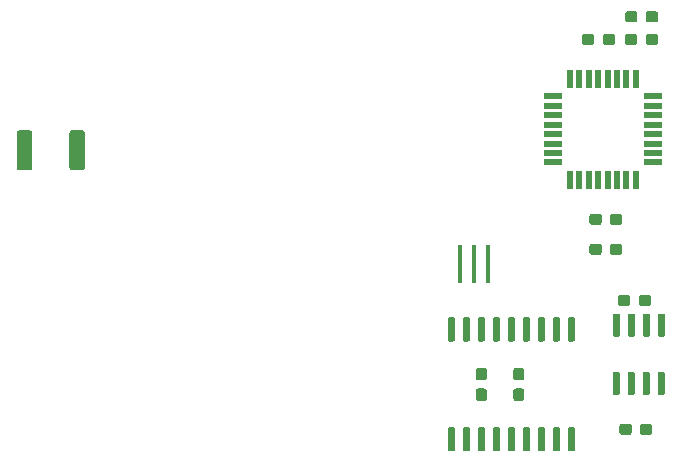
<source format=gbr>
G04 #@! TF.GenerationSoftware,KiCad,Pcbnew,5.1.5-52549c5~84~ubuntu18.04.1*
G04 #@! TF.CreationDate,2020-03-01T21:30:35-05:00*
G04 #@! TF.ProjectId,Port_Panel,506f7274-5f50-4616-9e65-6c2e6b696361,rev?*
G04 #@! TF.SameCoordinates,Original*
G04 #@! TF.FileFunction,Paste,Top*
G04 #@! TF.FilePolarity,Positive*
%FSLAX46Y46*%
G04 Gerber Fmt 4.6, Leading zero omitted, Abs format (unit mm)*
G04 Created by KiCad (PCBNEW 5.1.5-52549c5~84~ubuntu18.04.1) date 2020-03-01 21:30:35*
%MOMM*%
%LPD*%
G04 APERTURE LIST*
%ADD10C,0.100000*%
%ADD11R,0.400000X3.200000*%
%ADD12R,0.550000X1.600000*%
%ADD13R,1.600000X0.550000*%
G04 APERTURE END LIST*
D10*
G36*
X118595504Y-69929204D02*
G01*
X118619773Y-69932804D01*
X118643571Y-69938765D01*
X118666671Y-69947030D01*
X118688849Y-69957520D01*
X118709893Y-69970133D01*
X118729598Y-69984747D01*
X118747777Y-70001223D01*
X118764253Y-70019402D01*
X118778867Y-70039107D01*
X118791480Y-70060151D01*
X118801970Y-70082329D01*
X118810235Y-70105429D01*
X118816196Y-70129227D01*
X118819796Y-70153496D01*
X118821000Y-70178000D01*
X118821000Y-73078000D01*
X118819796Y-73102504D01*
X118816196Y-73126773D01*
X118810235Y-73150571D01*
X118801970Y-73173671D01*
X118791480Y-73195849D01*
X118778867Y-73216893D01*
X118764253Y-73236598D01*
X118747777Y-73254777D01*
X118729598Y-73271253D01*
X118709893Y-73285867D01*
X118688849Y-73298480D01*
X118666671Y-73308970D01*
X118643571Y-73317235D01*
X118619773Y-73323196D01*
X118595504Y-73326796D01*
X118571000Y-73328000D01*
X117771000Y-73328000D01*
X117746496Y-73326796D01*
X117722227Y-73323196D01*
X117698429Y-73317235D01*
X117675329Y-73308970D01*
X117653151Y-73298480D01*
X117632107Y-73285867D01*
X117612402Y-73271253D01*
X117594223Y-73254777D01*
X117577747Y-73236598D01*
X117563133Y-73216893D01*
X117550520Y-73195849D01*
X117540030Y-73173671D01*
X117531765Y-73150571D01*
X117525804Y-73126773D01*
X117522204Y-73102504D01*
X117521000Y-73078000D01*
X117521000Y-70178000D01*
X117522204Y-70153496D01*
X117525804Y-70129227D01*
X117531765Y-70105429D01*
X117540030Y-70082329D01*
X117550520Y-70060151D01*
X117563133Y-70039107D01*
X117577747Y-70019402D01*
X117594223Y-70001223D01*
X117612402Y-69984747D01*
X117632107Y-69970133D01*
X117653151Y-69957520D01*
X117675329Y-69947030D01*
X117698429Y-69938765D01*
X117722227Y-69932804D01*
X117746496Y-69929204D01*
X117771000Y-69928000D01*
X118571000Y-69928000D01*
X118595504Y-69929204D01*
G37*
G36*
X123045504Y-69929204D02*
G01*
X123069773Y-69932804D01*
X123093571Y-69938765D01*
X123116671Y-69947030D01*
X123138849Y-69957520D01*
X123159893Y-69970133D01*
X123179598Y-69984747D01*
X123197777Y-70001223D01*
X123214253Y-70019402D01*
X123228867Y-70039107D01*
X123241480Y-70060151D01*
X123251970Y-70082329D01*
X123260235Y-70105429D01*
X123266196Y-70129227D01*
X123269796Y-70153496D01*
X123271000Y-70178000D01*
X123271000Y-73078000D01*
X123269796Y-73102504D01*
X123266196Y-73126773D01*
X123260235Y-73150571D01*
X123251970Y-73173671D01*
X123241480Y-73195849D01*
X123228867Y-73216893D01*
X123214253Y-73236598D01*
X123197777Y-73254777D01*
X123179598Y-73271253D01*
X123159893Y-73285867D01*
X123138849Y-73298480D01*
X123116671Y-73308970D01*
X123093571Y-73317235D01*
X123069773Y-73323196D01*
X123045504Y-73326796D01*
X123021000Y-73328000D01*
X122221000Y-73328000D01*
X122196496Y-73326796D01*
X122172227Y-73323196D01*
X122148429Y-73317235D01*
X122125329Y-73308970D01*
X122103151Y-73298480D01*
X122082107Y-73285867D01*
X122062402Y-73271253D01*
X122044223Y-73254777D01*
X122027747Y-73236598D01*
X122013133Y-73216893D01*
X122000520Y-73195849D01*
X121990030Y-73173671D01*
X121981765Y-73150571D01*
X121975804Y-73126773D01*
X121972204Y-73102504D01*
X121971000Y-73078000D01*
X121971000Y-70178000D01*
X121972204Y-70153496D01*
X121975804Y-70129227D01*
X121981765Y-70105429D01*
X121990030Y-70082329D01*
X122000520Y-70060151D01*
X122013133Y-70039107D01*
X122027747Y-70019402D01*
X122044223Y-70001223D01*
X122062402Y-69984747D01*
X122082107Y-69970133D01*
X122103151Y-69957520D01*
X122125329Y-69947030D01*
X122148429Y-69938765D01*
X122172227Y-69932804D01*
X122196496Y-69929204D01*
X122221000Y-69928000D01*
X123021000Y-69928000D01*
X123045504Y-69929204D01*
G37*
D11*
X155010000Y-81280000D03*
X156210000Y-81280000D03*
X157410000Y-81280000D03*
D10*
G36*
X168439703Y-90400722D02*
G01*
X168454264Y-90402882D01*
X168468543Y-90406459D01*
X168482403Y-90411418D01*
X168495710Y-90417712D01*
X168508336Y-90425280D01*
X168520159Y-90434048D01*
X168531066Y-90443934D01*
X168540952Y-90454841D01*
X168549720Y-90466664D01*
X168557288Y-90479290D01*
X168563582Y-90492597D01*
X168568541Y-90506457D01*
X168572118Y-90520736D01*
X168574278Y-90535297D01*
X168575000Y-90550000D01*
X168575000Y-92200000D01*
X168574278Y-92214703D01*
X168572118Y-92229264D01*
X168568541Y-92243543D01*
X168563582Y-92257403D01*
X168557288Y-92270710D01*
X168549720Y-92283336D01*
X168540952Y-92295159D01*
X168531066Y-92306066D01*
X168520159Y-92315952D01*
X168508336Y-92324720D01*
X168495710Y-92332288D01*
X168482403Y-92338582D01*
X168468543Y-92343541D01*
X168454264Y-92347118D01*
X168439703Y-92349278D01*
X168425000Y-92350000D01*
X168125000Y-92350000D01*
X168110297Y-92349278D01*
X168095736Y-92347118D01*
X168081457Y-92343541D01*
X168067597Y-92338582D01*
X168054290Y-92332288D01*
X168041664Y-92324720D01*
X168029841Y-92315952D01*
X168018934Y-92306066D01*
X168009048Y-92295159D01*
X168000280Y-92283336D01*
X167992712Y-92270710D01*
X167986418Y-92257403D01*
X167981459Y-92243543D01*
X167977882Y-92229264D01*
X167975722Y-92214703D01*
X167975000Y-92200000D01*
X167975000Y-90550000D01*
X167975722Y-90535297D01*
X167977882Y-90520736D01*
X167981459Y-90506457D01*
X167986418Y-90492597D01*
X167992712Y-90479290D01*
X168000280Y-90466664D01*
X168009048Y-90454841D01*
X168018934Y-90443934D01*
X168029841Y-90434048D01*
X168041664Y-90425280D01*
X168054290Y-90417712D01*
X168067597Y-90411418D01*
X168081457Y-90406459D01*
X168095736Y-90402882D01*
X168110297Y-90400722D01*
X168125000Y-90400000D01*
X168425000Y-90400000D01*
X168439703Y-90400722D01*
G37*
G36*
X169709703Y-90400722D02*
G01*
X169724264Y-90402882D01*
X169738543Y-90406459D01*
X169752403Y-90411418D01*
X169765710Y-90417712D01*
X169778336Y-90425280D01*
X169790159Y-90434048D01*
X169801066Y-90443934D01*
X169810952Y-90454841D01*
X169819720Y-90466664D01*
X169827288Y-90479290D01*
X169833582Y-90492597D01*
X169838541Y-90506457D01*
X169842118Y-90520736D01*
X169844278Y-90535297D01*
X169845000Y-90550000D01*
X169845000Y-92200000D01*
X169844278Y-92214703D01*
X169842118Y-92229264D01*
X169838541Y-92243543D01*
X169833582Y-92257403D01*
X169827288Y-92270710D01*
X169819720Y-92283336D01*
X169810952Y-92295159D01*
X169801066Y-92306066D01*
X169790159Y-92315952D01*
X169778336Y-92324720D01*
X169765710Y-92332288D01*
X169752403Y-92338582D01*
X169738543Y-92343541D01*
X169724264Y-92347118D01*
X169709703Y-92349278D01*
X169695000Y-92350000D01*
X169395000Y-92350000D01*
X169380297Y-92349278D01*
X169365736Y-92347118D01*
X169351457Y-92343541D01*
X169337597Y-92338582D01*
X169324290Y-92332288D01*
X169311664Y-92324720D01*
X169299841Y-92315952D01*
X169288934Y-92306066D01*
X169279048Y-92295159D01*
X169270280Y-92283336D01*
X169262712Y-92270710D01*
X169256418Y-92257403D01*
X169251459Y-92243543D01*
X169247882Y-92229264D01*
X169245722Y-92214703D01*
X169245000Y-92200000D01*
X169245000Y-90550000D01*
X169245722Y-90535297D01*
X169247882Y-90520736D01*
X169251459Y-90506457D01*
X169256418Y-90492597D01*
X169262712Y-90479290D01*
X169270280Y-90466664D01*
X169279048Y-90454841D01*
X169288934Y-90443934D01*
X169299841Y-90434048D01*
X169311664Y-90425280D01*
X169324290Y-90417712D01*
X169337597Y-90411418D01*
X169351457Y-90406459D01*
X169365736Y-90402882D01*
X169380297Y-90400722D01*
X169395000Y-90400000D01*
X169695000Y-90400000D01*
X169709703Y-90400722D01*
G37*
G36*
X170979703Y-90400722D02*
G01*
X170994264Y-90402882D01*
X171008543Y-90406459D01*
X171022403Y-90411418D01*
X171035710Y-90417712D01*
X171048336Y-90425280D01*
X171060159Y-90434048D01*
X171071066Y-90443934D01*
X171080952Y-90454841D01*
X171089720Y-90466664D01*
X171097288Y-90479290D01*
X171103582Y-90492597D01*
X171108541Y-90506457D01*
X171112118Y-90520736D01*
X171114278Y-90535297D01*
X171115000Y-90550000D01*
X171115000Y-92200000D01*
X171114278Y-92214703D01*
X171112118Y-92229264D01*
X171108541Y-92243543D01*
X171103582Y-92257403D01*
X171097288Y-92270710D01*
X171089720Y-92283336D01*
X171080952Y-92295159D01*
X171071066Y-92306066D01*
X171060159Y-92315952D01*
X171048336Y-92324720D01*
X171035710Y-92332288D01*
X171022403Y-92338582D01*
X171008543Y-92343541D01*
X170994264Y-92347118D01*
X170979703Y-92349278D01*
X170965000Y-92350000D01*
X170665000Y-92350000D01*
X170650297Y-92349278D01*
X170635736Y-92347118D01*
X170621457Y-92343541D01*
X170607597Y-92338582D01*
X170594290Y-92332288D01*
X170581664Y-92324720D01*
X170569841Y-92315952D01*
X170558934Y-92306066D01*
X170549048Y-92295159D01*
X170540280Y-92283336D01*
X170532712Y-92270710D01*
X170526418Y-92257403D01*
X170521459Y-92243543D01*
X170517882Y-92229264D01*
X170515722Y-92214703D01*
X170515000Y-92200000D01*
X170515000Y-90550000D01*
X170515722Y-90535297D01*
X170517882Y-90520736D01*
X170521459Y-90506457D01*
X170526418Y-90492597D01*
X170532712Y-90479290D01*
X170540280Y-90466664D01*
X170549048Y-90454841D01*
X170558934Y-90443934D01*
X170569841Y-90434048D01*
X170581664Y-90425280D01*
X170594290Y-90417712D01*
X170607597Y-90411418D01*
X170621457Y-90406459D01*
X170635736Y-90402882D01*
X170650297Y-90400722D01*
X170665000Y-90400000D01*
X170965000Y-90400000D01*
X170979703Y-90400722D01*
G37*
G36*
X172249703Y-90400722D02*
G01*
X172264264Y-90402882D01*
X172278543Y-90406459D01*
X172292403Y-90411418D01*
X172305710Y-90417712D01*
X172318336Y-90425280D01*
X172330159Y-90434048D01*
X172341066Y-90443934D01*
X172350952Y-90454841D01*
X172359720Y-90466664D01*
X172367288Y-90479290D01*
X172373582Y-90492597D01*
X172378541Y-90506457D01*
X172382118Y-90520736D01*
X172384278Y-90535297D01*
X172385000Y-90550000D01*
X172385000Y-92200000D01*
X172384278Y-92214703D01*
X172382118Y-92229264D01*
X172378541Y-92243543D01*
X172373582Y-92257403D01*
X172367288Y-92270710D01*
X172359720Y-92283336D01*
X172350952Y-92295159D01*
X172341066Y-92306066D01*
X172330159Y-92315952D01*
X172318336Y-92324720D01*
X172305710Y-92332288D01*
X172292403Y-92338582D01*
X172278543Y-92343541D01*
X172264264Y-92347118D01*
X172249703Y-92349278D01*
X172235000Y-92350000D01*
X171935000Y-92350000D01*
X171920297Y-92349278D01*
X171905736Y-92347118D01*
X171891457Y-92343541D01*
X171877597Y-92338582D01*
X171864290Y-92332288D01*
X171851664Y-92324720D01*
X171839841Y-92315952D01*
X171828934Y-92306066D01*
X171819048Y-92295159D01*
X171810280Y-92283336D01*
X171802712Y-92270710D01*
X171796418Y-92257403D01*
X171791459Y-92243543D01*
X171787882Y-92229264D01*
X171785722Y-92214703D01*
X171785000Y-92200000D01*
X171785000Y-90550000D01*
X171785722Y-90535297D01*
X171787882Y-90520736D01*
X171791459Y-90506457D01*
X171796418Y-90492597D01*
X171802712Y-90479290D01*
X171810280Y-90466664D01*
X171819048Y-90454841D01*
X171828934Y-90443934D01*
X171839841Y-90434048D01*
X171851664Y-90425280D01*
X171864290Y-90417712D01*
X171877597Y-90411418D01*
X171891457Y-90406459D01*
X171905736Y-90402882D01*
X171920297Y-90400722D01*
X171935000Y-90400000D01*
X172235000Y-90400000D01*
X172249703Y-90400722D01*
G37*
G36*
X172249703Y-85450722D02*
G01*
X172264264Y-85452882D01*
X172278543Y-85456459D01*
X172292403Y-85461418D01*
X172305710Y-85467712D01*
X172318336Y-85475280D01*
X172330159Y-85484048D01*
X172341066Y-85493934D01*
X172350952Y-85504841D01*
X172359720Y-85516664D01*
X172367288Y-85529290D01*
X172373582Y-85542597D01*
X172378541Y-85556457D01*
X172382118Y-85570736D01*
X172384278Y-85585297D01*
X172385000Y-85600000D01*
X172385000Y-87250000D01*
X172384278Y-87264703D01*
X172382118Y-87279264D01*
X172378541Y-87293543D01*
X172373582Y-87307403D01*
X172367288Y-87320710D01*
X172359720Y-87333336D01*
X172350952Y-87345159D01*
X172341066Y-87356066D01*
X172330159Y-87365952D01*
X172318336Y-87374720D01*
X172305710Y-87382288D01*
X172292403Y-87388582D01*
X172278543Y-87393541D01*
X172264264Y-87397118D01*
X172249703Y-87399278D01*
X172235000Y-87400000D01*
X171935000Y-87400000D01*
X171920297Y-87399278D01*
X171905736Y-87397118D01*
X171891457Y-87393541D01*
X171877597Y-87388582D01*
X171864290Y-87382288D01*
X171851664Y-87374720D01*
X171839841Y-87365952D01*
X171828934Y-87356066D01*
X171819048Y-87345159D01*
X171810280Y-87333336D01*
X171802712Y-87320710D01*
X171796418Y-87307403D01*
X171791459Y-87293543D01*
X171787882Y-87279264D01*
X171785722Y-87264703D01*
X171785000Y-87250000D01*
X171785000Y-85600000D01*
X171785722Y-85585297D01*
X171787882Y-85570736D01*
X171791459Y-85556457D01*
X171796418Y-85542597D01*
X171802712Y-85529290D01*
X171810280Y-85516664D01*
X171819048Y-85504841D01*
X171828934Y-85493934D01*
X171839841Y-85484048D01*
X171851664Y-85475280D01*
X171864290Y-85467712D01*
X171877597Y-85461418D01*
X171891457Y-85456459D01*
X171905736Y-85452882D01*
X171920297Y-85450722D01*
X171935000Y-85450000D01*
X172235000Y-85450000D01*
X172249703Y-85450722D01*
G37*
G36*
X170979703Y-85450722D02*
G01*
X170994264Y-85452882D01*
X171008543Y-85456459D01*
X171022403Y-85461418D01*
X171035710Y-85467712D01*
X171048336Y-85475280D01*
X171060159Y-85484048D01*
X171071066Y-85493934D01*
X171080952Y-85504841D01*
X171089720Y-85516664D01*
X171097288Y-85529290D01*
X171103582Y-85542597D01*
X171108541Y-85556457D01*
X171112118Y-85570736D01*
X171114278Y-85585297D01*
X171115000Y-85600000D01*
X171115000Y-87250000D01*
X171114278Y-87264703D01*
X171112118Y-87279264D01*
X171108541Y-87293543D01*
X171103582Y-87307403D01*
X171097288Y-87320710D01*
X171089720Y-87333336D01*
X171080952Y-87345159D01*
X171071066Y-87356066D01*
X171060159Y-87365952D01*
X171048336Y-87374720D01*
X171035710Y-87382288D01*
X171022403Y-87388582D01*
X171008543Y-87393541D01*
X170994264Y-87397118D01*
X170979703Y-87399278D01*
X170965000Y-87400000D01*
X170665000Y-87400000D01*
X170650297Y-87399278D01*
X170635736Y-87397118D01*
X170621457Y-87393541D01*
X170607597Y-87388582D01*
X170594290Y-87382288D01*
X170581664Y-87374720D01*
X170569841Y-87365952D01*
X170558934Y-87356066D01*
X170549048Y-87345159D01*
X170540280Y-87333336D01*
X170532712Y-87320710D01*
X170526418Y-87307403D01*
X170521459Y-87293543D01*
X170517882Y-87279264D01*
X170515722Y-87264703D01*
X170515000Y-87250000D01*
X170515000Y-85600000D01*
X170515722Y-85585297D01*
X170517882Y-85570736D01*
X170521459Y-85556457D01*
X170526418Y-85542597D01*
X170532712Y-85529290D01*
X170540280Y-85516664D01*
X170549048Y-85504841D01*
X170558934Y-85493934D01*
X170569841Y-85484048D01*
X170581664Y-85475280D01*
X170594290Y-85467712D01*
X170607597Y-85461418D01*
X170621457Y-85456459D01*
X170635736Y-85452882D01*
X170650297Y-85450722D01*
X170665000Y-85450000D01*
X170965000Y-85450000D01*
X170979703Y-85450722D01*
G37*
G36*
X169709703Y-85450722D02*
G01*
X169724264Y-85452882D01*
X169738543Y-85456459D01*
X169752403Y-85461418D01*
X169765710Y-85467712D01*
X169778336Y-85475280D01*
X169790159Y-85484048D01*
X169801066Y-85493934D01*
X169810952Y-85504841D01*
X169819720Y-85516664D01*
X169827288Y-85529290D01*
X169833582Y-85542597D01*
X169838541Y-85556457D01*
X169842118Y-85570736D01*
X169844278Y-85585297D01*
X169845000Y-85600000D01*
X169845000Y-87250000D01*
X169844278Y-87264703D01*
X169842118Y-87279264D01*
X169838541Y-87293543D01*
X169833582Y-87307403D01*
X169827288Y-87320710D01*
X169819720Y-87333336D01*
X169810952Y-87345159D01*
X169801066Y-87356066D01*
X169790159Y-87365952D01*
X169778336Y-87374720D01*
X169765710Y-87382288D01*
X169752403Y-87388582D01*
X169738543Y-87393541D01*
X169724264Y-87397118D01*
X169709703Y-87399278D01*
X169695000Y-87400000D01*
X169395000Y-87400000D01*
X169380297Y-87399278D01*
X169365736Y-87397118D01*
X169351457Y-87393541D01*
X169337597Y-87388582D01*
X169324290Y-87382288D01*
X169311664Y-87374720D01*
X169299841Y-87365952D01*
X169288934Y-87356066D01*
X169279048Y-87345159D01*
X169270280Y-87333336D01*
X169262712Y-87320710D01*
X169256418Y-87307403D01*
X169251459Y-87293543D01*
X169247882Y-87279264D01*
X169245722Y-87264703D01*
X169245000Y-87250000D01*
X169245000Y-85600000D01*
X169245722Y-85585297D01*
X169247882Y-85570736D01*
X169251459Y-85556457D01*
X169256418Y-85542597D01*
X169262712Y-85529290D01*
X169270280Y-85516664D01*
X169279048Y-85504841D01*
X169288934Y-85493934D01*
X169299841Y-85484048D01*
X169311664Y-85475280D01*
X169324290Y-85467712D01*
X169337597Y-85461418D01*
X169351457Y-85456459D01*
X169365736Y-85452882D01*
X169380297Y-85450722D01*
X169395000Y-85450000D01*
X169695000Y-85450000D01*
X169709703Y-85450722D01*
G37*
G36*
X168439703Y-85450722D02*
G01*
X168454264Y-85452882D01*
X168468543Y-85456459D01*
X168482403Y-85461418D01*
X168495710Y-85467712D01*
X168508336Y-85475280D01*
X168520159Y-85484048D01*
X168531066Y-85493934D01*
X168540952Y-85504841D01*
X168549720Y-85516664D01*
X168557288Y-85529290D01*
X168563582Y-85542597D01*
X168568541Y-85556457D01*
X168572118Y-85570736D01*
X168574278Y-85585297D01*
X168575000Y-85600000D01*
X168575000Y-87250000D01*
X168574278Y-87264703D01*
X168572118Y-87279264D01*
X168568541Y-87293543D01*
X168563582Y-87307403D01*
X168557288Y-87320710D01*
X168549720Y-87333336D01*
X168540952Y-87345159D01*
X168531066Y-87356066D01*
X168520159Y-87365952D01*
X168508336Y-87374720D01*
X168495710Y-87382288D01*
X168482403Y-87388582D01*
X168468543Y-87393541D01*
X168454264Y-87397118D01*
X168439703Y-87399278D01*
X168425000Y-87400000D01*
X168125000Y-87400000D01*
X168110297Y-87399278D01*
X168095736Y-87397118D01*
X168081457Y-87393541D01*
X168067597Y-87388582D01*
X168054290Y-87382288D01*
X168041664Y-87374720D01*
X168029841Y-87365952D01*
X168018934Y-87356066D01*
X168009048Y-87345159D01*
X168000280Y-87333336D01*
X167992712Y-87320710D01*
X167986418Y-87307403D01*
X167981459Y-87293543D01*
X167977882Y-87279264D01*
X167975722Y-87264703D01*
X167975000Y-87250000D01*
X167975000Y-85600000D01*
X167975722Y-85585297D01*
X167977882Y-85570736D01*
X167981459Y-85556457D01*
X167986418Y-85542597D01*
X167992712Y-85529290D01*
X168000280Y-85516664D01*
X168009048Y-85504841D01*
X168018934Y-85493934D01*
X168029841Y-85484048D01*
X168041664Y-85475280D01*
X168054290Y-85467712D01*
X168067597Y-85461418D01*
X168081457Y-85456459D01*
X168095736Y-85452882D01*
X168110297Y-85450722D01*
X168125000Y-85450000D01*
X168425000Y-85450000D01*
X168439703Y-85450722D01*
G37*
G36*
X164629703Y-85765722D02*
G01*
X164644264Y-85767882D01*
X164658543Y-85771459D01*
X164672403Y-85776418D01*
X164685710Y-85782712D01*
X164698336Y-85790280D01*
X164710159Y-85799048D01*
X164721066Y-85808934D01*
X164730952Y-85819841D01*
X164739720Y-85831664D01*
X164747288Y-85844290D01*
X164753582Y-85857597D01*
X164758541Y-85871457D01*
X164762118Y-85885736D01*
X164764278Y-85900297D01*
X164765000Y-85915000D01*
X164765000Y-87665000D01*
X164764278Y-87679703D01*
X164762118Y-87694264D01*
X164758541Y-87708543D01*
X164753582Y-87722403D01*
X164747288Y-87735710D01*
X164739720Y-87748336D01*
X164730952Y-87760159D01*
X164721066Y-87771066D01*
X164710159Y-87780952D01*
X164698336Y-87789720D01*
X164685710Y-87797288D01*
X164672403Y-87803582D01*
X164658543Y-87808541D01*
X164644264Y-87812118D01*
X164629703Y-87814278D01*
X164615000Y-87815000D01*
X164315000Y-87815000D01*
X164300297Y-87814278D01*
X164285736Y-87812118D01*
X164271457Y-87808541D01*
X164257597Y-87803582D01*
X164244290Y-87797288D01*
X164231664Y-87789720D01*
X164219841Y-87780952D01*
X164208934Y-87771066D01*
X164199048Y-87760159D01*
X164190280Y-87748336D01*
X164182712Y-87735710D01*
X164176418Y-87722403D01*
X164171459Y-87708543D01*
X164167882Y-87694264D01*
X164165722Y-87679703D01*
X164165000Y-87665000D01*
X164165000Y-85915000D01*
X164165722Y-85900297D01*
X164167882Y-85885736D01*
X164171459Y-85871457D01*
X164176418Y-85857597D01*
X164182712Y-85844290D01*
X164190280Y-85831664D01*
X164199048Y-85819841D01*
X164208934Y-85808934D01*
X164219841Y-85799048D01*
X164231664Y-85790280D01*
X164244290Y-85782712D01*
X164257597Y-85776418D01*
X164271457Y-85771459D01*
X164285736Y-85767882D01*
X164300297Y-85765722D01*
X164315000Y-85765000D01*
X164615000Y-85765000D01*
X164629703Y-85765722D01*
G37*
G36*
X163359703Y-85765722D02*
G01*
X163374264Y-85767882D01*
X163388543Y-85771459D01*
X163402403Y-85776418D01*
X163415710Y-85782712D01*
X163428336Y-85790280D01*
X163440159Y-85799048D01*
X163451066Y-85808934D01*
X163460952Y-85819841D01*
X163469720Y-85831664D01*
X163477288Y-85844290D01*
X163483582Y-85857597D01*
X163488541Y-85871457D01*
X163492118Y-85885736D01*
X163494278Y-85900297D01*
X163495000Y-85915000D01*
X163495000Y-87665000D01*
X163494278Y-87679703D01*
X163492118Y-87694264D01*
X163488541Y-87708543D01*
X163483582Y-87722403D01*
X163477288Y-87735710D01*
X163469720Y-87748336D01*
X163460952Y-87760159D01*
X163451066Y-87771066D01*
X163440159Y-87780952D01*
X163428336Y-87789720D01*
X163415710Y-87797288D01*
X163402403Y-87803582D01*
X163388543Y-87808541D01*
X163374264Y-87812118D01*
X163359703Y-87814278D01*
X163345000Y-87815000D01*
X163045000Y-87815000D01*
X163030297Y-87814278D01*
X163015736Y-87812118D01*
X163001457Y-87808541D01*
X162987597Y-87803582D01*
X162974290Y-87797288D01*
X162961664Y-87789720D01*
X162949841Y-87780952D01*
X162938934Y-87771066D01*
X162929048Y-87760159D01*
X162920280Y-87748336D01*
X162912712Y-87735710D01*
X162906418Y-87722403D01*
X162901459Y-87708543D01*
X162897882Y-87694264D01*
X162895722Y-87679703D01*
X162895000Y-87665000D01*
X162895000Y-85915000D01*
X162895722Y-85900297D01*
X162897882Y-85885736D01*
X162901459Y-85871457D01*
X162906418Y-85857597D01*
X162912712Y-85844290D01*
X162920280Y-85831664D01*
X162929048Y-85819841D01*
X162938934Y-85808934D01*
X162949841Y-85799048D01*
X162961664Y-85790280D01*
X162974290Y-85782712D01*
X162987597Y-85776418D01*
X163001457Y-85771459D01*
X163015736Y-85767882D01*
X163030297Y-85765722D01*
X163045000Y-85765000D01*
X163345000Y-85765000D01*
X163359703Y-85765722D01*
G37*
G36*
X162089703Y-85765722D02*
G01*
X162104264Y-85767882D01*
X162118543Y-85771459D01*
X162132403Y-85776418D01*
X162145710Y-85782712D01*
X162158336Y-85790280D01*
X162170159Y-85799048D01*
X162181066Y-85808934D01*
X162190952Y-85819841D01*
X162199720Y-85831664D01*
X162207288Y-85844290D01*
X162213582Y-85857597D01*
X162218541Y-85871457D01*
X162222118Y-85885736D01*
X162224278Y-85900297D01*
X162225000Y-85915000D01*
X162225000Y-87665000D01*
X162224278Y-87679703D01*
X162222118Y-87694264D01*
X162218541Y-87708543D01*
X162213582Y-87722403D01*
X162207288Y-87735710D01*
X162199720Y-87748336D01*
X162190952Y-87760159D01*
X162181066Y-87771066D01*
X162170159Y-87780952D01*
X162158336Y-87789720D01*
X162145710Y-87797288D01*
X162132403Y-87803582D01*
X162118543Y-87808541D01*
X162104264Y-87812118D01*
X162089703Y-87814278D01*
X162075000Y-87815000D01*
X161775000Y-87815000D01*
X161760297Y-87814278D01*
X161745736Y-87812118D01*
X161731457Y-87808541D01*
X161717597Y-87803582D01*
X161704290Y-87797288D01*
X161691664Y-87789720D01*
X161679841Y-87780952D01*
X161668934Y-87771066D01*
X161659048Y-87760159D01*
X161650280Y-87748336D01*
X161642712Y-87735710D01*
X161636418Y-87722403D01*
X161631459Y-87708543D01*
X161627882Y-87694264D01*
X161625722Y-87679703D01*
X161625000Y-87665000D01*
X161625000Y-85915000D01*
X161625722Y-85900297D01*
X161627882Y-85885736D01*
X161631459Y-85871457D01*
X161636418Y-85857597D01*
X161642712Y-85844290D01*
X161650280Y-85831664D01*
X161659048Y-85819841D01*
X161668934Y-85808934D01*
X161679841Y-85799048D01*
X161691664Y-85790280D01*
X161704290Y-85782712D01*
X161717597Y-85776418D01*
X161731457Y-85771459D01*
X161745736Y-85767882D01*
X161760297Y-85765722D01*
X161775000Y-85765000D01*
X162075000Y-85765000D01*
X162089703Y-85765722D01*
G37*
G36*
X160819703Y-85765722D02*
G01*
X160834264Y-85767882D01*
X160848543Y-85771459D01*
X160862403Y-85776418D01*
X160875710Y-85782712D01*
X160888336Y-85790280D01*
X160900159Y-85799048D01*
X160911066Y-85808934D01*
X160920952Y-85819841D01*
X160929720Y-85831664D01*
X160937288Y-85844290D01*
X160943582Y-85857597D01*
X160948541Y-85871457D01*
X160952118Y-85885736D01*
X160954278Y-85900297D01*
X160955000Y-85915000D01*
X160955000Y-87665000D01*
X160954278Y-87679703D01*
X160952118Y-87694264D01*
X160948541Y-87708543D01*
X160943582Y-87722403D01*
X160937288Y-87735710D01*
X160929720Y-87748336D01*
X160920952Y-87760159D01*
X160911066Y-87771066D01*
X160900159Y-87780952D01*
X160888336Y-87789720D01*
X160875710Y-87797288D01*
X160862403Y-87803582D01*
X160848543Y-87808541D01*
X160834264Y-87812118D01*
X160819703Y-87814278D01*
X160805000Y-87815000D01*
X160505000Y-87815000D01*
X160490297Y-87814278D01*
X160475736Y-87812118D01*
X160461457Y-87808541D01*
X160447597Y-87803582D01*
X160434290Y-87797288D01*
X160421664Y-87789720D01*
X160409841Y-87780952D01*
X160398934Y-87771066D01*
X160389048Y-87760159D01*
X160380280Y-87748336D01*
X160372712Y-87735710D01*
X160366418Y-87722403D01*
X160361459Y-87708543D01*
X160357882Y-87694264D01*
X160355722Y-87679703D01*
X160355000Y-87665000D01*
X160355000Y-85915000D01*
X160355722Y-85900297D01*
X160357882Y-85885736D01*
X160361459Y-85871457D01*
X160366418Y-85857597D01*
X160372712Y-85844290D01*
X160380280Y-85831664D01*
X160389048Y-85819841D01*
X160398934Y-85808934D01*
X160409841Y-85799048D01*
X160421664Y-85790280D01*
X160434290Y-85782712D01*
X160447597Y-85776418D01*
X160461457Y-85771459D01*
X160475736Y-85767882D01*
X160490297Y-85765722D01*
X160505000Y-85765000D01*
X160805000Y-85765000D01*
X160819703Y-85765722D01*
G37*
G36*
X159549703Y-85765722D02*
G01*
X159564264Y-85767882D01*
X159578543Y-85771459D01*
X159592403Y-85776418D01*
X159605710Y-85782712D01*
X159618336Y-85790280D01*
X159630159Y-85799048D01*
X159641066Y-85808934D01*
X159650952Y-85819841D01*
X159659720Y-85831664D01*
X159667288Y-85844290D01*
X159673582Y-85857597D01*
X159678541Y-85871457D01*
X159682118Y-85885736D01*
X159684278Y-85900297D01*
X159685000Y-85915000D01*
X159685000Y-87665000D01*
X159684278Y-87679703D01*
X159682118Y-87694264D01*
X159678541Y-87708543D01*
X159673582Y-87722403D01*
X159667288Y-87735710D01*
X159659720Y-87748336D01*
X159650952Y-87760159D01*
X159641066Y-87771066D01*
X159630159Y-87780952D01*
X159618336Y-87789720D01*
X159605710Y-87797288D01*
X159592403Y-87803582D01*
X159578543Y-87808541D01*
X159564264Y-87812118D01*
X159549703Y-87814278D01*
X159535000Y-87815000D01*
X159235000Y-87815000D01*
X159220297Y-87814278D01*
X159205736Y-87812118D01*
X159191457Y-87808541D01*
X159177597Y-87803582D01*
X159164290Y-87797288D01*
X159151664Y-87789720D01*
X159139841Y-87780952D01*
X159128934Y-87771066D01*
X159119048Y-87760159D01*
X159110280Y-87748336D01*
X159102712Y-87735710D01*
X159096418Y-87722403D01*
X159091459Y-87708543D01*
X159087882Y-87694264D01*
X159085722Y-87679703D01*
X159085000Y-87665000D01*
X159085000Y-85915000D01*
X159085722Y-85900297D01*
X159087882Y-85885736D01*
X159091459Y-85871457D01*
X159096418Y-85857597D01*
X159102712Y-85844290D01*
X159110280Y-85831664D01*
X159119048Y-85819841D01*
X159128934Y-85808934D01*
X159139841Y-85799048D01*
X159151664Y-85790280D01*
X159164290Y-85782712D01*
X159177597Y-85776418D01*
X159191457Y-85771459D01*
X159205736Y-85767882D01*
X159220297Y-85765722D01*
X159235000Y-85765000D01*
X159535000Y-85765000D01*
X159549703Y-85765722D01*
G37*
G36*
X158279703Y-85765722D02*
G01*
X158294264Y-85767882D01*
X158308543Y-85771459D01*
X158322403Y-85776418D01*
X158335710Y-85782712D01*
X158348336Y-85790280D01*
X158360159Y-85799048D01*
X158371066Y-85808934D01*
X158380952Y-85819841D01*
X158389720Y-85831664D01*
X158397288Y-85844290D01*
X158403582Y-85857597D01*
X158408541Y-85871457D01*
X158412118Y-85885736D01*
X158414278Y-85900297D01*
X158415000Y-85915000D01*
X158415000Y-87665000D01*
X158414278Y-87679703D01*
X158412118Y-87694264D01*
X158408541Y-87708543D01*
X158403582Y-87722403D01*
X158397288Y-87735710D01*
X158389720Y-87748336D01*
X158380952Y-87760159D01*
X158371066Y-87771066D01*
X158360159Y-87780952D01*
X158348336Y-87789720D01*
X158335710Y-87797288D01*
X158322403Y-87803582D01*
X158308543Y-87808541D01*
X158294264Y-87812118D01*
X158279703Y-87814278D01*
X158265000Y-87815000D01*
X157965000Y-87815000D01*
X157950297Y-87814278D01*
X157935736Y-87812118D01*
X157921457Y-87808541D01*
X157907597Y-87803582D01*
X157894290Y-87797288D01*
X157881664Y-87789720D01*
X157869841Y-87780952D01*
X157858934Y-87771066D01*
X157849048Y-87760159D01*
X157840280Y-87748336D01*
X157832712Y-87735710D01*
X157826418Y-87722403D01*
X157821459Y-87708543D01*
X157817882Y-87694264D01*
X157815722Y-87679703D01*
X157815000Y-87665000D01*
X157815000Y-85915000D01*
X157815722Y-85900297D01*
X157817882Y-85885736D01*
X157821459Y-85871457D01*
X157826418Y-85857597D01*
X157832712Y-85844290D01*
X157840280Y-85831664D01*
X157849048Y-85819841D01*
X157858934Y-85808934D01*
X157869841Y-85799048D01*
X157881664Y-85790280D01*
X157894290Y-85782712D01*
X157907597Y-85776418D01*
X157921457Y-85771459D01*
X157935736Y-85767882D01*
X157950297Y-85765722D01*
X157965000Y-85765000D01*
X158265000Y-85765000D01*
X158279703Y-85765722D01*
G37*
G36*
X157009703Y-85765722D02*
G01*
X157024264Y-85767882D01*
X157038543Y-85771459D01*
X157052403Y-85776418D01*
X157065710Y-85782712D01*
X157078336Y-85790280D01*
X157090159Y-85799048D01*
X157101066Y-85808934D01*
X157110952Y-85819841D01*
X157119720Y-85831664D01*
X157127288Y-85844290D01*
X157133582Y-85857597D01*
X157138541Y-85871457D01*
X157142118Y-85885736D01*
X157144278Y-85900297D01*
X157145000Y-85915000D01*
X157145000Y-87665000D01*
X157144278Y-87679703D01*
X157142118Y-87694264D01*
X157138541Y-87708543D01*
X157133582Y-87722403D01*
X157127288Y-87735710D01*
X157119720Y-87748336D01*
X157110952Y-87760159D01*
X157101066Y-87771066D01*
X157090159Y-87780952D01*
X157078336Y-87789720D01*
X157065710Y-87797288D01*
X157052403Y-87803582D01*
X157038543Y-87808541D01*
X157024264Y-87812118D01*
X157009703Y-87814278D01*
X156995000Y-87815000D01*
X156695000Y-87815000D01*
X156680297Y-87814278D01*
X156665736Y-87812118D01*
X156651457Y-87808541D01*
X156637597Y-87803582D01*
X156624290Y-87797288D01*
X156611664Y-87789720D01*
X156599841Y-87780952D01*
X156588934Y-87771066D01*
X156579048Y-87760159D01*
X156570280Y-87748336D01*
X156562712Y-87735710D01*
X156556418Y-87722403D01*
X156551459Y-87708543D01*
X156547882Y-87694264D01*
X156545722Y-87679703D01*
X156545000Y-87665000D01*
X156545000Y-85915000D01*
X156545722Y-85900297D01*
X156547882Y-85885736D01*
X156551459Y-85871457D01*
X156556418Y-85857597D01*
X156562712Y-85844290D01*
X156570280Y-85831664D01*
X156579048Y-85819841D01*
X156588934Y-85808934D01*
X156599841Y-85799048D01*
X156611664Y-85790280D01*
X156624290Y-85782712D01*
X156637597Y-85776418D01*
X156651457Y-85771459D01*
X156665736Y-85767882D01*
X156680297Y-85765722D01*
X156695000Y-85765000D01*
X156995000Y-85765000D01*
X157009703Y-85765722D01*
G37*
G36*
X155739703Y-85765722D02*
G01*
X155754264Y-85767882D01*
X155768543Y-85771459D01*
X155782403Y-85776418D01*
X155795710Y-85782712D01*
X155808336Y-85790280D01*
X155820159Y-85799048D01*
X155831066Y-85808934D01*
X155840952Y-85819841D01*
X155849720Y-85831664D01*
X155857288Y-85844290D01*
X155863582Y-85857597D01*
X155868541Y-85871457D01*
X155872118Y-85885736D01*
X155874278Y-85900297D01*
X155875000Y-85915000D01*
X155875000Y-87665000D01*
X155874278Y-87679703D01*
X155872118Y-87694264D01*
X155868541Y-87708543D01*
X155863582Y-87722403D01*
X155857288Y-87735710D01*
X155849720Y-87748336D01*
X155840952Y-87760159D01*
X155831066Y-87771066D01*
X155820159Y-87780952D01*
X155808336Y-87789720D01*
X155795710Y-87797288D01*
X155782403Y-87803582D01*
X155768543Y-87808541D01*
X155754264Y-87812118D01*
X155739703Y-87814278D01*
X155725000Y-87815000D01*
X155425000Y-87815000D01*
X155410297Y-87814278D01*
X155395736Y-87812118D01*
X155381457Y-87808541D01*
X155367597Y-87803582D01*
X155354290Y-87797288D01*
X155341664Y-87789720D01*
X155329841Y-87780952D01*
X155318934Y-87771066D01*
X155309048Y-87760159D01*
X155300280Y-87748336D01*
X155292712Y-87735710D01*
X155286418Y-87722403D01*
X155281459Y-87708543D01*
X155277882Y-87694264D01*
X155275722Y-87679703D01*
X155275000Y-87665000D01*
X155275000Y-85915000D01*
X155275722Y-85900297D01*
X155277882Y-85885736D01*
X155281459Y-85871457D01*
X155286418Y-85857597D01*
X155292712Y-85844290D01*
X155300280Y-85831664D01*
X155309048Y-85819841D01*
X155318934Y-85808934D01*
X155329841Y-85799048D01*
X155341664Y-85790280D01*
X155354290Y-85782712D01*
X155367597Y-85776418D01*
X155381457Y-85771459D01*
X155395736Y-85767882D01*
X155410297Y-85765722D01*
X155425000Y-85765000D01*
X155725000Y-85765000D01*
X155739703Y-85765722D01*
G37*
G36*
X154469703Y-85765722D02*
G01*
X154484264Y-85767882D01*
X154498543Y-85771459D01*
X154512403Y-85776418D01*
X154525710Y-85782712D01*
X154538336Y-85790280D01*
X154550159Y-85799048D01*
X154561066Y-85808934D01*
X154570952Y-85819841D01*
X154579720Y-85831664D01*
X154587288Y-85844290D01*
X154593582Y-85857597D01*
X154598541Y-85871457D01*
X154602118Y-85885736D01*
X154604278Y-85900297D01*
X154605000Y-85915000D01*
X154605000Y-87665000D01*
X154604278Y-87679703D01*
X154602118Y-87694264D01*
X154598541Y-87708543D01*
X154593582Y-87722403D01*
X154587288Y-87735710D01*
X154579720Y-87748336D01*
X154570952Y-87760159D01*
X154561066Y-87771066D01*
X154550159Y-87780952D01*
X154538336Y-87789720D01*
X154525710Y-87797288D01*
X154512403Y-87803582D01*
X154498543Y-87808541D01*
X154484264Y-87812118D01*
X154469703Y-87814278D01*
X154455000Y-87815000D01*
X154155000Y-87815000D01*
X154140297Y-87814278D01*
X154125736Y-87812118D01*
X154111457Y-87808541D01*
X154097597Y-87803582D01*
X154084290Y-87797288D01*
X154071664Y-87789720D01*
X154059841Y-87780952D01*
X154048934Y-87771066D01*
X154039048Y-87760159D01*
X154030280Y-87748336D01*
X154022712Y-87735710D01*
X154016418Y-87722403D01*
X154011459Y-87708543D01*
X154007882Y-87694264D01*
X154005722Y-87679703D01*
X154005000Y-87665000D01*
X154005000Y-85915000D01*
X154005722Y-85900297D01*
X154007882Y-85885736D01*
X154011459Y-85871457D01*
X154016418Y-85857597D01*
X154022712Y-85844290D01*
X154030280Y-85831664D01*
X154039048Y-85819841D01*
X154048934Y-85808934D01*
X154059841Y-85799048D01*
X154071664Y-85790280D01*
X154084290Y-85782712D01*
X154097597Y-85776418D01*
X154111457Y-85771459D01*
X154125736Y-85767882D01*
X154140297Y-85765722D01*
X154155000Y-85765000D01*
X154455000Y-85765000D01*
X154469703Y-85765722D01*
G37*
G36*
X154469703Y-95065722D02*
G01*
X154484264Y-95067882D01*
X154498543Y-95071459D01*
X154512403Y-95076418D01*
X154525710Y-95082712D01*
X154538336Y-95090280D01*
X154550159Y-95099048D01*
X154561066Y-95108934D01*
X154570952Y-95119841D01*
X154579720Y-95131664D01*
X154587288Y-95144290D01*
X154593582Y-95157597D01*
X154598541Y-95171457D01*
X154602118Y-95185736D01*
X154604278Y-95200297D01*
X154605000Y-95215000D01*
X154605000Y-96965000D01*
X154604278Y-96979703D01*
X154602118Y-96994264D01*
X154598541Y-97008543D01*
X154593582Y-97022403D01*
X154587288Y-97035710D01*
X154579720Y-97048336D01*
X154570952Y-97060159D01*
X154561066Y-97071066D01*
X154550159Y-97080952D01*
X154538336Y-97089720D01*
X154525710Y-97097288D01*
X154512403Y-97103582D01*
X154498543Y-97108541D01*
X154484264Y-97112118D01*
X154469703Y-97114278D01*
X154455000Y-97115000D01*
X154155000Y-97115000D01*
X154140297Y-97114278D01*
X154125736Y-97112118D01*
X154111457Y-97108541D01*
X154097597Y-97103582D01*
X154084290Y-97097288D01*
X154071664Y-97089720D01*
X154059841Y-97080952D01*
X154048934Y-97071066D01*
X154039048Y-97060159D01*
X154030280Y-97048336D01*
X154022712Y-97035710D01*
X154016418Y-97022403D01*
X154011459Y-97008543D01*
X154007882Y-96994264D01*
X154005722Y-96979703D01*
X154005000Y-96965000D01*
X154005000Y-95215000D01*
X154005722Y-95200297D01*
X154007882Y-95185736D01*
X154011459Y-95171457D01*
X154016418Y-95157597D01*
X154022712Y-95144290D01*
X154030280Y-95131664D01*
X154039048Y-95119841D01*
X154048934Y-95108934D01*
X154059841Y-95099048D01*
X154071664Y-95090280D01*
X154084290Y-95082712D01*
X154097597Y-95076418D01*
X154111457Y-95071459D01*
X154125736Y-95067882D01*
X154140297Y-95065722D01*
X154155000Y-95065000D01*
X154455000Y-95065000D01*
X154469703Y-95065722D01*
G37*
G36*
X155739703Y-95065722D02*
G01*
X155754264Y-95067882D01*
X155768543Y-95071459D01*
X155782403Y-95076418D01*
X155795710Y-95082712D01*
X155808336Y-95090280D01*
X155820159Y-95099048D01*
X155831066Y-95108934D01*
X155840952Y-95119841D01*
X155849720Y-95131664D01*
X155857288Y-95144290D01*
X155863582Y-95157597D01*
X155868541Y-95171457D01*
X155872118Y-95185736D01*
X155874278Y-95200297D01*
X155875000Y-95215000D01*
X155875000Y-96965000D01*
X155874278Y-96979703D01*
X155872118Y-96994264D01*
X155868541Y-97008543D01*
X155863582Y-97022403D01*
X155857288Y-97035710D01*
X155849720Y-97048336D01*
X155840952Y-97060159D01*
X155831066Y-97071066D01*
X155820159Y-97080952D01*
X155808336Y-97089720D01*
X155795710Y-97097288D01*
X155782403Y-97103582D01*
X155768543Y-97108541D01*
X155754264Y-97112118D01*
X155739703Y-97114278D01*
X155725000Y-97115000D01*
X155425000Y-97115000D01*
X155410297Y-97114278D01*
X155395736Y-97112118D01*
X155381457Y-97108541D01*
X155367597Y-97103582D01*
X155354290Y-97097288D01*
X155341664Y-97089720D01*
X155329841Y-97080952D01*
X155318934Y-97071066D01*
X155309048Y-97060159D01*
X155300280Y-97048336D01*
X155292712Y-97035710D01*
X155286418Y-97022403D01*
X155281459Y-97008543D01*
X155277882Y-96994264D01*
X155275722Y-96979703D01*
X155275000Y-96965000D01*
X155275000Y-95215000D01*
X155275722Y-95200297D01*
X155277882Y-95185736D01*
X155281459Y-95171457D01*
X155286418Y-95157597D01*
X155292712Y-95144290D01*
X155300280Y-95131664D01*
X155309048Y-95119841D01*
X155318934Y-95108934D01*
X155329841Y-95099048D01*
X155341664Y-95090280D01*
X155354290Y-95082712D01*
X155367597Y-95076418D01*
X155381457Y-95071459D01*
X155395736Y-95067882D01*
X155410297Y-95065722D01*
X155425000Y-95065000D01*
X155725000Y-95065000D01*
X155739703Y-95065722D01*
G37*
G36*
X157009703Y-95065722D02*
G01*
X157024264Y-95067882D01*
X157038543Y-95071459D01*
X157052403Y-95076418D01*
X157065710Y-95082712D01*
X157078336Y-95090280D01*
X157090159Y-95099048D01*
X157101066Y-95108934D01*
X157110952Y-95119841D01*
X157119720Y-95131664D01*
X157127288Y-95144290D01*
X157133582Y-95157597D01*
X157138541Y-95171457D01*
X157142118Y-95185736D01*
X157144278Y-95200297D01*
X157145000Y-95215000D01*
X157145000Y-96965000D01*
X157144278Y-96979703D01*
X157142118Y-96994264D01*
X157138541Y-97008543D01*
X157133582Y-97022403D01*
X157127288Y-97035710D01*
X157119720Y-97048336D01*
X157110952Y-97060159D01*
X157101066Y-97071066D01*
X157090159Y-97080952D01*
X157078336Y-97089720D01*
X157065710Y-97097288D01*
X157052403Y-97103582D01*
X157038543Y-97108541D01*
X157024264Y-97112118D01*
X157009703Y-97114278D01*
X156995000Y-97115000D01*
X156695000Y-97115000D01*
X156680297Y-97114278D01*
X156665736Y-97112118D01*
X156651457Y-97108541D01*
X156637597Y-97103582D01*
X156624290Y-97097288D01*
X156611664Y-97089720D01*
X156599841Y-97080952D01*
X156588934Y-97071066D01*
X156579048Y-97060159D01*
X156570280Y-97048336D01*
X156562712Y-97035710D01*
X156556418Y-97022403D01*
X156551459Y-97008543D01*
X156547882Y-96994264D01*
X156545722Y-96979703D01*
X156545000Y-96965000D01*
X156545000Y-95215000D01*
X156545722Y-95200297D01*
X156547882Y-95185736D01*
X156551459Y-95171457D01*
X156556418Y-95157597D01*
X156562712Y-95144290D01*
X156570280Y-95131664D01*
X156579048Y-95119841D01*
X156588934Y-95108934D01*
X156599841Y-95099048D01*
X156611664Y-95090280D01*
X156624290Y-95082712D01*
X156637597Y-95076418D01*
X156651457Y-95071459D01*
X156665736Y-95067882D01*
X156680297Y-95065722D01*
X156695000Y-95065000D01*
X156995000Y-95065000D01*
X157009703Y-95065722D01*
G37*
G36*
X158279703Y-95065722D02*
G01*
X158294264Y-95067882D01*
X158308543Y-95071459D01*
X158322403Y-95076418D01*
X158335710Y-95082712D01*
X158348336Y-95090280D01*
X158360159Y-95099048D01*
X158371066Y-95108934D01*
X158380952Y-95119841D01*
X158389720Y-95131664D01*
X158397288Y-95144290D01*
X158403582Y-95157597D01*
X158408541Y-95171457D01*
X158412118Y-95185736D01*
X158414278Y-95200297D01*
X158415000Y-95215000D01*
X158415000Y-96965000D01*
X158414278Y-96979703D01*
X158412118Y-96994264D01*
X158408541Y-97008543D01*
X158403582Y-97022403D01*
X158397288Y-97035710D01*
X158389720Y-97048336D01*
X158380952Y-97060159D01*
X158371066Y-97071066D01*
X158360159Y-97080952D01*
X158348336Y-97089720D01*
X158335710Y-97097288D01*
X158322403Y-97103582D01*
X158308543Y-97108541D01*
X158294264Y-97112118D01*
X158279703Y-97114278D01*
X158265000Y-97115000D01*
X157965000Y-97115000D01*
X157950297Y-97114278D01*
X157935736Y-97112118D01*
X157921457Y-97108541D01*
X157907597Y-97103582D01*
X157894290Y-97097288D01*
X157881664Y-97089720D01*
X157869841Y-97080952D01*
X157858934Y-97071066D01*
X157849048Y-97060159D01*
X157840280Y-97048336D01*
X157832712Y-97035710D01*
X157826418Y-97022403D01*
X157821459Y-97008543D01*
X157817882Y-96994264D01*
X157815722Y-96979703D01*
X157815000Y-96965000D01*
X157815000Y-95215000D01*
X157815722Y-95200297D01*
X157817882Y-95185736D01*
X157821459Y-95171457D01*
X157826418Y-95157597D01*
X157832712Y-95144290D01*
X157840280Y-95131664D01*
X157849048Y-95119841D01*
X157858934Y-95108934D01*
X157869841Y-95099048D01*
X157881664Y-95090280D01*
X157894290Y-95082712D01*
X157907597Y-95076418D01*
X157921457Y-95071459D01*
X157935736Y-95067882D01*
X157950297Y-95065722D01*
X157965000Y-95065000D01*
X158265000Y-95065000D01*
X158279703Y-95065722D01*
G37*
G36*
X159549703Y-95065722D02*
G01*
X159564264Y-95067882D01*
X159578543Y-95071459D01*
X159592403Y-95076418D01*
X159605710Y-95082712D01*
X159618336Y-95090280D01*
X159630159Y-95099048D01*
X159641066Y-95108934D01*
X159650952Y-95119841D01*
X159659720Y-95131664D01*
X159667288Y-95144290D01*
X159673582Y-95157597D01*
X159678541Y-95171457D01*
X159682118Y-95185736D01*
X159684278Y-95200297D01*
X159685000Y-95215000D01*
X159685000Y-96965000D01*
X159684278Y-96979703D01*
X159682118Y-96994264D01*
X159678541Y-97008543D01*
X159673582Y-97022403D01*
X159667288Y-97035710D01*
X159659720Y-97048336D01*
X159650952Y-97060159D01*
X159641066Y-97071066D01*
X159630159Y-97080952D01*
X159618336Y-97089720D01*
X159605710Y-97097288D01*
X159592403Y-97103582D01*
X159578543Y-97108541D01*
X159564264Y-97112118D01*
X159549703Y-97114278D01*
X159535000Y-97115000D01*
X159235000Y-97115000D01*
X159220297Y-97114278D01*
X159205736Y-97112118D01*
X159191457Y-97108541D01*
X159177597Y-97103582D01*
X159164290Y-97097288D01*
X159151664Y-97089720D01*
X159139841Y-97080952D01*
X159128934Y-97071066D01*
X159119048Y-97060159D01*
X159110280Y-97048336D01*
X159102712Y-97035710D01*
X159096418Y-97022403D01*
X159091459Y-97008543D01*
X159087882Y-96994264D01*
X159085722Y-96979703D01*
X159085000Y-96965000D01*
X159085000Y-95215000D01*
X159085722Y-95200297D01*
X159087882Y-95185736D01*
X159091459Y-95171457D01*
X159096418Y-95157597D01*
X159102712Y-95144290D01*
X159110280Y-95131664D01*
X159119048Y-95119841D01*
X159128934Y-95108934D01*
X159139841Y-95099048D01*
X159151664Y-95090280D01*
X159164290Y-95082712D01*
X159177597Y-95076418D01*
X159191457Y-95071459D01*
X159205736Y-95067882D01*
X159220297Y-95065722D01*
X159235000Y-95065000D01*
X159535000Y-95065000D01*
X159549703Y-95065722D01*
G37*
G36*
X160819703Y-95065722D02*
G01*
X160834264Y-95067882D01*
X160848543Y-95071459D01*
X160862403Y-95076418D01*
X160875710Y-95082712D01*
X160888336Y-95090280D01*
X160900159Y-95099048D01*
X160911066Y-95108934D01*
X160920952Y-95119841D01*
X160929720Y-95131664D01*
X160937288Y-95144290D01*
X160943582Y-95157597D01*
X160948541Y-95171457D01*
X160952118Y-95185736D01*
X160954278Y-95200297D01*
X160955000Y-95215000D01*
X160955000Y-96965000D01*
X160954278Y-96979703D01*
X160952118Y-96994264D01*
X160948541Y-97008543D01*
X160943582Y-97022403D01*
X160937288Y-97035710D01*
X160929720Y-97048336D01*
X160920952Y-97060159D01*
X160911066Y-97071066D01*
X160900159Y-97080952D01*
X160888336Y-97089720D01*
X160875710Y-97097288D01*
X160862403Y-97103582D01*
X160848543Y-97108541D01*
X160834264Y-97112118D01*
X160819703Y-97114278D01*
X160805000Y-97115000D01*
X160505000Y-97115000D01*
X160490297Y-97114278D01*
X160475736Y-97112118D01*
X160461457Y-97108541D01*
X160447597Y-97103582D01*
X160434290Y-97097288D01*
X160421664Y-97089720D01*
X160409841Y-97080952D01*
X160398934Y-97071066D01*
X160389048Y-97060159D01*
X160380280Y-97048336D01*
X160372712Y-97035710D01*
X160366418Y-97022403D01*
X160361459Y-97008543D01*
X160357882Y-96994264D01*
X160355722Y-96979703D01*
X160355000Y-96965000D01*
X160355000Y-95215000D01*
X160355722Y-95200297D01*
X160357882Y-95185736D01*
X160361459Y-95171457D01*
X160366418Y-95157597D01*
X160372712Y-95144290D01*
X160380280Y-95131664D01*
X160389048Y-95119841D01*
X160398934Y-95108934D01*
X160409841Y-95099048D01*
X160421664Y-95090280D01*
X160434290Y-95082712D01*
X160447597Y-95076418D01*
X160461457Y-95071459D01*
X160475736Y-95067882D01*
X160490297Y-95065722D01*
X160505000Y-95065000D01*
X160805000Y-95065000D01*
X160819703Y-95065722D01*
G37*
G36*
X162089703Y-95065722D02*
G01*
X162104264Y-95067882D01*
X162118543Y-95071459D01*
X162132403Y-95076418D01*
X162145710Y-95082712D01*
X162158336Y-95090280D01*
X162170159Y-95099048D01*
X162181066Y-95108934D01*
X162190952Y-95119841D01*
X162199720Y-95131664D01*
X162207288Y-95144290D01*
X162213582Y-95157597D01*
X162218541Y-95171457D01*
X162222118Y-95185736D01*
X162224278Y-95200297D01*
X162225000Y-95215000D01*
X162225000Y-96965000D01*
X162224278Y-96979703D01*
X162222118Y-96994264D01*
X162218541Y-97008543D01*
X162213582Y-97022403D01*
X162207288Y-97035710D01*
X162199720Y-97048336D01*
X162190952Y-97060159D01*
X162181066Y-97071066D01*
X162170159Y-97080952D01*
X162158336Y-97089720D01*
X162145710Y-97097288D01*
X162132403Y-97103582D01*
X162118543Y-97108541D01*
X162104264Y-97112118D01*
X162089703Y-97114278D01*
X162075000Y-97115000D01*
X161775000Y-97115000D01*
X161760297Y-97114278D01*
X161745736Y-97112118D01*
X161731457Y-97108541D01*
X161717597Y-97103582D01*
X161704290Y-97097288D01*
X161691664Y-97089720D01*
X161679841Y-97080952D01*
X161668934Y-97071066D01*
X161659048Y-97060159D01*
X161650280Y-97048336D01*
X161642712Y-97035710D01*
X161636418Y-97022403D01*
X161631459Y-97008543D01*
X161627882Y-96994264D01*
X161625722Y-96979703D01*
X161625000Y-96965000D01*
X161625000Y-95215000D01*
X161625722Y-95200297D01*
X161627882Y-95185736D01*
X161631459Y-95171457D01*
X161636418Y-95157597D01*
X161642712Y-95144290D01*
X161650280Y-95131664D01*
X161659048Y-95119841D01*
X161668934Y-95108934D01*
X161679841Y-95099048D01*
X161691664Y-95090280D01*
X161704290Y-95082712D01*
X161717597Y-95076418D01*
X161731457Y-95071459D01*
X161745736Y-95067882D01*
X161760297Y-95065722D01*
X161775000Y-95065000D01*
X162075000Y-95065000D01*
X162089703Y-95065722D01*
G37*
G36*
X163359703Y-95065722D02*
G01*
X163374264Y-95067882D01*
X163388543Y-95071459D01*
X163402403Y-95076418D01*
X163415710Y-95082712D01*
X163428336Y-95090280D01*
X163440159Y-95099048D01*
X163451066Y-95108934D01*
X163460952Y-95119841D01*
X163469720Y-95131664D01*
X163477288Y-95144290D01*
X163483582Y-95157597D01*
X163488541Y-95171457D01*
X163492118Y-95185736D01*
X163494278Y-95200297D01*
X163495000Y-95215000D01*
X163495000Y-96965000D01*
X163494278Y-96979703D01*
X163492118Y-96994264D01*
X163488541Y-97008543D01*
X163483582Y-97022403D01*
X163477288Y-97035710D01*
X163469720Y-97048336D01*
X163460952Y-97060159D01*
X163451066Y-97071066D01*
X163440159Y-97080952D01*
X163428336Y-97089720D01*
X163415710Y-97097288D01*
X163402403Y-97103582D01*
X163388543Y-97108541D01*
X163374264Y-97112118D01*
X163359703Y-97114278D01*
X163345000Y-97115000D01*
X163045000Y-97115000D01*
X163030297Y-97114278D01*
X163015736Y-97112118D01*
X163001457Y-97108541D01*
X162987597Y-97103582D01*
X162974290Y-97097288D01*
X162961664Y-97089720D01*
X162949841Y-97080952D01*
X162938934Y-97071066D01*
X162929048Y-97060159D01*
X162920280Y-97048336D01*
X162912712Y-97035710D01*
X162906418Y-97022403D01*
X162901459Y-97008543D01*
X162897882Y-96994264D01*
X162895722Y-96979703D01*
X162895000Y-96965000D01*
X162895000Y-95215000D01*
X162895722Y-95200297D01*
X162897882Y-95185736D01*
X162901459Y-95171457D01*
X162906418Y-95157597D01*
X162912712Y-95144290D01*
X162920280Y-95131664D01*
X162929048Y-95119841D01*
X162938934Y-95108934D01*
X162949841Y-95099048D01*
X162961664Y-95090280D01*
X162974290Y-95082712D01*
X162987597Y-95076418D01*
X163001457Y-95071459D01*
X163015736Y-95067882D01*
X163030297Y-95065722D01*
X163045000Y-95065000D01*
X163345000Y-95065000D01*
X163359703Y-95065722D01*
G37*
G36*
X164629703Y-95065722D02*
G01*
X164644264Y-95067882D01*
X164658543Y-95071459D01*
X164672403Y-95076418D01*
X164685710Y-95082712D01*
X164698336Y-95090280D01*
X164710159Y-95099048D01*
X164721066Y-95108934D01*
X164730952Y-95119841D01*
X164739720Y-95131664D01*
X164747288Y-95144290D01*
X164753582Y-95157597D01*
X164758541Y-95171457D01*
X164762118Y-95185736D01*
X164764278Y-95200297D01*
X164765000Y-95215000D01*
X164765000Y-96965000D01*
X164764278Y-96979703D01*
X164762118Y-96994264D01*
X164758541Y-97008543D01*
X164753582Y-97022403D01*
X164747288Y-97035710D01*
X164739720Y-97048336D01*
X164730952Y-97060159D01*
X164721066Y-97071066D01*
X164710159Y-97080952D01*
X164698336Y-97089720D01*
X164685710Y-97097288D01*
X164672403Y-97103582D01*
X164658543Y-97108541D01*
X164644264Y-97112118D01*
X164629703Y-97114278D01*
X164615000Y-97115000D01*
X164315000Y-97115000D01*
X164300297Y-97114278D01*
X164285736Y-97112118D01*
X164271457Y-97108541D01*
X164257597Y-97103582D01*
X164244290Y-97097288D01*
X164231664Y-97089720D01*
X164219841Y-97080952D01*
X164208934Y-97071066D01*
X164199048Y-97060159D01*
X164190280Y-97048336D01*
X164182712Y-97035710D01*
X164176418Y-97022403D01*
X164171459Y-97008543D01*
X164167882Y-96994264D01*
X164165722Y-96979703D01*
X164165000Y-96965000D01*
X164165000Y-95215000D01*
X164165722Y-95200297D01*
X164167882Y-95185736D01*
X164171459Y-95171457D01*
X164176418Y-95157597D01*
X164182712Y-95144290D01*
X164190280Y-95131664D01*
X164199048Y-95119841D01*
X164208934Y-95108934D01*
X164219841Y-95099048D01*
X164231664Y-95090280D01*
X164244290Y-95082712D01*
X164257597Y-95076418D01*
X164271457Y-95071459D01*
X164285736Y-95067882D01*
X164300297Y-95065722D01*
X164315000Y-95065000D01*
X164615000Y-95065000D01*
X164629703Y-95065722D01*
G37*
D12*
X164332000Y-74100000D03*
X165132000Y-74100000D03*
X165932000Y-74100000D03*
X166732000Y-74100000D03*
X167532000Y-74100000D03*
X168332000Y-74100000D03*
X169132000Y-74100000D03*
X169932000Y-74100000D03*
D13*
X171382000Y-72650000D03*
X171382000Y-71850000D03*
X171382000Y-71050000D03*
X171382000Y-70250000D03*
X171382000Y-69450000D03*
X171382000Y-68650000D03*
X171382000Y-67850000D03*
X171382000Y-67050000D03*
D12*
X169932000Y-65600000D03*
X169132000Y-65600000D03*
X168332000Y-65600000D03*
X167532000Y-65600000D03*
X166732000Y-65600000D03*
X165932000Y-65600000D03*
X165132000Y-65600000D03*
X164332000Y-65600000D03*
D13*
X162882000Y-67050000D03*
X162882000Y-67850000D03*
X162882000Y-68650000D03*
X162882000Y-69450000D03*
X162882000Y-70250000D03*
X162882000Y-71050000D03*
X162882000Y-71850000D03*
X162882000Y-72650000D03*
D10*
G36*
X170998779Y-83854144D02*
G01*
X171021834Y-83857563D01*
X171044443Y-83863227D01*
X171066387Y-83871079D01*
X171087457Y-83881044D01*
X171107448Y-83893026D01*
X171126168Y-83906910D01*
X171143438Y-83922562D01*
X171159090Y-83939832D01*
X171172974Y-83958552D01*
X171184956Y-83978543D01*
X171194921Y-83999613D01*
X171202773Y-84021557D01*
X171208437Y-84044166D01*
X171211856Y-84067221D01*
X171213000Y-84090500D01*
X171213000Y-84565500D01*
X171211856Y-84588779D01*
X171208437Y-84611834D01*
X171202773Y-84634443D01*
X171194921Y-84656387D01*
X171184956Y-84677457D01*
X171172974Y-84697448D01*
X171159090Y-84716168D01*
X171143438Y-84733438D01*
X171126168Y-84749090D01*
X171107448Y-84762974D01*
X171087457Y-84774956D01*
X171066387Y-84784921D01*
X171044443Y-84792773D01*
X171021834Y-84798437D01*
X170998779Y-84801856D01*
X170975500Y-84803000D01*
X170400500Y-84803000D01*
X170377221Y-84801856D01*
X170354166Y-84798437D01*
X170331557Y-84792773D01*
X170309613Y-84784921D01*
X170288543Y-84774956D01*
X170268552Y-84762974D01*
X170249832Y-84749090D01*
X170232562Y-84733438D01*
X170216910Y-84716168D01*
X170203026Y-84697448D01*
X170191044Y-84677457D01*
X170181079Y-84656387D01*
X170173227Y-84634443D01*
X170167563Y-84611834D01*
X170164144Y-84588779D01*
X170163000Y-84565500D01*
X170163000Y-84090500D01*
X170164144Y-84067221D01*
X170167563Y-84044166D01*
X170173227Y-84021557D01*
X170181079Y-83999613D01*
X170191044Y-83978543D01*
X170203026Y-83958552D01*
X170216910Y-83939832D01*
X170232562Y-83922562D01*
X170249832Y-83906910D01*
X170268552Y-83893026D01*
X170288543Y-83881044D01*
X170309613Y-83871079D01*
X170331557Y-83863227D01*
X170354166Y-83857563D01*
X170377221Y-83854144D01*
X170400500Y-83853000D01*
X170975500Y-83853000D01*
X170998779Y-83854144D01*
G37*
G36*
X169248779Y-83854144D02*
G01*
X169271834Y-83857563D01*
X169294443Y-83863227D01*
X169316387Y-83871079D01*
X169337457Y-83881044D01*
X169357448Y-83893026D01*
X169376168Y-83906910D01*
X169393438Y-83922562D01*
X169409090Y-83939832D01*
X169422974Y-83958552D01*
X169434956Y-83978543D01*
X169444921Y-83999613D01*
X169452773Y-84021557D01*
X169458437Y-84044166D01*
X169461856Y-84067221D01*
X169463000Y-84090500D01*
X169463000Y-84565500D01*
X169461856Y-84588779D01*
X169458437Y-84611834D01*
X169452773Y-84634443D01*
X169444921Y-84656387D01*
X169434956Y-84677457D01*
X169422974Y-84697448D01*
X169409090Y-84716168D01*
X169393438Y-84733438D01*
X169376168Y-84749090D01*
X169357448Y-84762974D01*
X169337457Y-84774956D01*
X169316387Y-84784921D01*
X169294443Y-84792773D01*
X169271834Y-84798437D01*
X169248779Y-84801856D01*
X169225500Y-84803000D01*
X168650500Y-84803000D01*
X168627221Y-84801856D01*
X168604166Y-84798437D01*
X168581557Y-84792773D01*
X168559613Y-84784921D01*
X168538543Y-84774956D01*
X168518552Y-84762974D01*
X168499832Y-84749090D01*
X168482562Y-84733438D01*
X168466910Y-84716168D01*
X168453026Y-84697448D01*
X168441044Y-84677457D01*
X168431079Y-84656387D01*
X168423227Y-84634443D01*
X168417563Y-84611834D01*
X168414144Y-84588779D01*
X168413000Y-84565500D01*
X168413000Y-84090500D01*
X168414144Y-84067221D01*
X168417563Y-84044166D01*
X168423227Y-84021557D01*
X168431079Y-83999613D01*
X168441044Y-83978543D01*
X168453026Y-83958552D01*
X168466910Y-83939832D01*
X168482562Y-83922562D01*
X168499832Y-83906910D01*
X168518552Y-83893026D01*
X168538543Y-83881044D01*
X168559613Y-83871079D01*
X168581557Y-83863227D01*
X168604166Y-83857563D01*
X168627221Y-83854144D01*
X168650500Y-83853000D01*
X169225500Y-83853000D01*
X169248779Y-83854144D01*
G37*
G36*
X166835779Y-76996144D02*
G01*
X166858834Y-76999563D01*
X166881443Y-77005227D01*
X166903387Y-77013079D01*
X166924457Y-77023044D01*
X166944448Y-77035026D01*
X166963168Y-77048910D01*
X166980438Y-77064562D01*
X166996090Y-77081832D01*
X167009974Y-77100552D01*
X167021956Y-77120543D01*
X167031921Y-77141613D01*
X167039773Y-77163557D01*
X167045437Y-77186166D01*
X167048856Y-77209221D01*
X167050000Y-77232500D01*
X167050000Y-77707500D01*
X167048856Y-77730779D01*
X167045437Y-77753834D01*
X167039773Y-77776443D01*
X167031921Y-77798387D01*
X167021956Y-77819457D01*
X167009974Y-77839448D01*
X166996090Y-77858168D01*
X166980438Y-77875438D01*
X166963168Y-77891090D01*
X166944448Y-77904974D01*
X166924457Y-77916956D01*
X166903387Y-77926921D01*
X166881443Y-77934773D01*
X166858834Y-77940437D01*
X166835779Y-77943856D01*
X166812500Y-77945000D01*
X166237500Y-77945000D01*
X166214221Y-77943856D01*
X166191166Y-77940437D01*
X166168557Y-77934773D01*
X166146613Y-77926921D01*
X166125543Y-77916956D01*
X166105552Y-77904974D01*
X166086832Y-77891090D01*
X166069562Y-77875438D01*
X166053910Y-77858168D01*
X166040026Y-77839448D01*
X166028044Y-77819457D01*
X166018079Y-77798387D01*
X166010227Y-77776443D01*
X166004563Y-77753834D01*
X166001144Y-77730779D01*
X166000000Y-77707500D01*
X166000000Y-77232500D01*
X166001144Y-77209221D01*
X166004563Y-77186166D01*
X166010227Y-77163557D01*
X166018079Y-77141613D01*
X166028044Y-77120543D01*
X166040026Y-77100552D01*
X166053910Y-77081832D01*
X166069562Y-77064562D01*
X166086832Y-77048910D01*
X166105552Y-77035026D01*
X166125543Y-77023044D01*
X166146613Y-77013079D01*
X166168557Y-77005227D01*
X166191166Y-76999563D01*
X166214221Y-76996144D01*
X166237500Y-76995000D01*
X166812500Y-76995000D01*
X166835779Y-76996144D01*
G37*
G36*
X168585779Y-76996144D02*
G01*
X168608834Y-76999563D01*
X168631443Y-77005227D01*
X168653387Y-77013079D01*
X168674457Y-77023044D01*
X168694448Y-77035026D01*
X168713168Y-77048910D01*
X168730438Y-77064562D01*
X168746090Y-77081832D01*
X168759974Y-77100552D01*
X168771956Y-77120543D01*
X168781921Y-77141613D01*
X168789773Y-77163557D01*
X168795437Y-77186166D01*
X168798856Y-77209221D01*
X168800000Y-77232500D01*
X168800000Y-77707500D01*
X168798856Y-77730779D01*
X168795437Y-77753834D01*
X168789773Y-77776443D01*
X168781921Y-77798387D01*
X168771956Y-77819457D01*
X168759974Y-77839448D01*
X168746090Y-77858168D01*
X168730438Y-77875438D01*
X168713168Y-77891090D01*
X168694448Y-77904974D01*
X168674457Y-77916956D01*
X168653387Y-77926921D01*
X168631443Y-77934773D01*
X168608834Y-77940437D01*
X168585779Y-77943856D01*
X168562500Y-77945000D01*
X167987500Y-77945000D01*
X167964221Y-77943856D01*
X167941166Y-77940437D01*
X167918557Y-77934773D01*
X167896613Y-77926921D01*
X167875543Y-77916956D01*
X167855552Y-77904974D01*
X167836832Y-77891090D01*
X167819562Y-77875438D01*
X167803910Y-77858168D01*
X167790026Y-77839448D01*
X167778044Y-77819457D01*
X167768079Y-77798387D01*
X167760227Y-77776443D01*
X167754563Y-77753834D01*
X167751144Y-77730779D01*
X167750000Y-77707500D01*
X167750000Y-77232500D01*
X167751144Y-77209221D01*
X167754563Y-77186166D01*
X167760227Y-77163557D01*
X167768079Y-77141613D01*
X167778044Y-77120543D01*
X167790026Y-77100552D01*
X167803910Y-77081832D01*
X167819562Y-77064562D01*
X167836832Y-77048910D01*
X167855552Y-77035026D01*
X167875543Y-77023044D01*
X167896613Y-77013079D01*
X167918557Y-77005227D01*
X167941166Y-76999563D01*
X167964221Y-76996144D01*
X167987500Y-76995000D01*
X168562500Y-76995000D01*
X168585779Y-76996144D01*
G37*
G36*
X160280779Y-91791144D02*
G01*
X160303834Y-91794563D01*
X160326443Y-91800227D01*
X160348387Y-91808079D01*
X160369457Y-91818044D01*
X160389448Y-91830026D01*
X160408168Y-91843910D01*
X160425438Y-91859562D01*
X160441090Y-91876832D01*
X160454974Y-91895552D01*
X160466956Y-91915543D01*
X160476921Y-91936613D01*
X160484773Y-91958557D01*
X160490437Y-91981166D01*
X160493856Y-92004221D01*
X160495000Y-92027500D01*
X160495000Y-92602500D01*
X160493856Y-92625779D01*
X160490437Y-92648834D01*
X160484773Y-92671443D01*
X160476921Y-92693387D01*
X160466956Y-92714457D01*
X160454974Y-92734448D01*
X160441090Y-92753168D01*
X160425438Y-92770438D01*
X160408168Y-92786090D01*
X160389448Y-92799974D01*
X160369457Y-92811956D01*
X160348387Y-92821921D01*
X160326443Y-92829773D01*
X160303834Y-92835437D01*
X160280779Y-92838856D01*
X160257500Y-92840000D01*
X159782500Y-92840000D01*
X159759221Y-92838856D01*
X159736166Y-92835437D01*
X159713557Y-92829773D01*
X159691613Y-92821921D01*
X159670543Y-92811956D01*
X159650552Y-92799974D01*
X159631832Y-92786090D01*
X159614562Y-92770438D01*
X159598910Y-92753168D01*
X159585026Y-92734448D01*
X159573044Y-92714457D01*
X159563079Y-92693387D01*
X159555227Y-92671443D01*
X159549563Y-92648834D01*
X159546144Y-92625779D01*
X159545000Y-92602500D01*
X159545000Y-92027500D01*
X159546144Y-92004221D01*
X159549563Y-91981166D01*
X159555227Y-91958557D01*
X159563079Y-91936613D01*
X159573044Y-91915543D01*
X159585026Y-91895552D01*
X159598910Y-91876832D01*
X159614562Y-91859562D01*
X159631832Y-91843910D01*
X159650552Y-91830026D01*
X159670543Y-91818044D01*
X159691613Y-91808079D01*
X159713557Y-91800227D01*
X159736166Y-91794563D01*
X159759221Y-91791144D01*
X159782500Y-91790000D01*
X160257500Y-91790000D01*
X160280779Y-91791144D01*
G37*
G36*
X160280779Y-90041144D02*
G01*
X160303834Y-90044563D01*
X160326443Y-90050227D01*
X160348387Y-90058079D01*
X160369457Y-90068044D01*
X160389448Y-90080026D01*
X160408168Y-90093910D01*
X160425438Y-90109562D01*
X160441090Y-90126832D01*
X160454974Y-90145552D01*
X160466956Y-90165543D01*
X160476921Y-90186613D01*
X160484773Y-90208557D01*
X160490437Y-90231166D01*
X160493856Y-90254221D01*
X160495000Y-90277500D01*
X160495000Y-90852500D01*
X160493856Y-90875779D01*
X160490437Y-90898834D01*
X160484773Y-90921443D01*
X160476921Y-90943387D01*
X160466956Y-90964457D01*
X160454974Y-90984448D01*
X160441090Y-91003168D01*
X160425438Y-91020438D01*
X160408168Y-91036090D01*
X160389448Y-91049974D01*
X160369457Y-91061956D01*
X160348387Y-91071921D01*
X160326443Y-91079773D01*
X160303834Y-91085437D01*
X160280779Y-91088856D01*
X160257500Y-91090000D01*
X159782500Y-91090000D01*
X159759221Y-91088856D01*
X159736166Y-91085437D01*
X159713557Y-91079773D01*
X159691613Y-91071921D01*
X159670543Y-91061956D01*
X159650552Y-91049974D01*
X159631832Y-91036090D01*
X159614562Y-91020438D01*
X159598910Y-91003168D01*
X159585026Y-90984448D01*
X159573044Y-90964457D01*
X159563079Y-90943387D01*
X159555227Y-90921443D01*
X159549563Y-90898834D01*
X159546144Y-90875779D01*
X159545000Y-90852500D01*
X159545000Y-90277500D01*
X159546144Y-90254221D01*
X159549563Y-90231166D01*
X159555227Y-90208557D01*
X159563079Y-90186613D01*
X159573044Y-90165543D01*
X159585026Y-90145552D01*
X159598910Y-90126832D01*
X159614562Y-90109562D01*
X159631832Y-90093910D01*
X159650552Y-90080026D01*
X159670543Y-90068044D01*
X159691613Y-90058079D01*
X159713557Y-90050227D01*
X159736166Y-90044563D01*
X159759221Y-90041144D01*
X159782500Y-90040000D01*
X160257500Y-90040000D01*
X160280779Y-90041144D01*
G37*
G36*
X166835779Y-79536144D02*
G01*
X166858834Y-79539563D01*
X166881443Y-79545227D01*
X166903387Y-79553079D01*
X166924457Y-79563044D01*
X166944448Y-79575026D01*
X166963168Y-79588910D01*
X166980438Y-79604562D01*
X166996090Y-79621832D01*
X167009974Y-79640552D01*
X167021956Y-79660543D01*
X167031921Y-79681613D01*
X167039773Y-79703557D01*
X167045437Y-79726166D01*
X167048856Y-79749221D01*
X167050000Y-79772500D01*
X167050000Y-80247500D01*
X167048856Y-80270779D01*
X167045437Y-80293834D01*
X167039773Y-80316443D01*
X167031921Y-80338387D01*
X167021956Y-80359457D01*
X167009974Y-80379448D01*
X166996090Y-80398168D01*
X166980438Y-80415438D01*
X166963168Y-80431090D01*
X166944448Y-80444974D01*
X166924457Y-80456956D01*
X166903387Y-80466921D01*
X166881443Y-80474773D01*
X166858834Y-80480437D01*
X166835779Y-80483856D01*
X166812500Y-80485000D01*
X166237500Y-80485000D01*
X166214221Y-80483856D01*
X166191166Y-80480437D01*
X166168557Y-80474773D01*
X166146613Y-80466921D01*
X166125543Y-80456956D01*
X166105552Y-80444974D01*
X166086832Y-80431090D01*
X166069562Y-80415438D01*
X166053910Y-80398168D01*
X166040026Y-80379448D01*
X166028044Y-80359457D01*
X166018079Y-80338387D01*
X166010227Y-80316443D01*
X166004563Y-80293834D01*
X166001144Y-80270779D01*
X166000000Y-80247500D01*
X166000000Y-79772500D01*
X166001144Y-79749221D01*
X166004563Y-79726166D01*
X166010227Y-79703557D01*
X166018079Y-79681613D01*
X166028044Y-79660543D01*
X166040026Y-79640552D01*
X166053910Y-79621832D01*
X166069562Y-79604562D01*
X166086832Y-79588910D01*
X166105552Y-79575026D01*
X166125543Y-79563044D01*
X166146613Y-79553079D01*
X166168557Y-79545227D01*
X166191166Y-79539563D01*
X166214221Y-79536144D01*
X166237500Y-79535000D01*
X166812500Y-79535000D01*
X166835779Y-79536144D01*
G37*
G36*
X168585779Y-79536144D02*
G01*
X168608834Y-79539563D01*
X168631443Y-79545227D01*
X168653387Y-79553079D01*
X168674457Y-79563044D01*
X168694448Y-79575026D01*
X168713168Y-79588910D01*
X168730438Y-79604562D01*
X168746090Y-79621832D01*
X168759974Y-79640552D01*
X168771956Y-79660543D01*
X168781921Y-79681613D01*
X168789773Y-79703557D01*
X168795437Y-79726166D01*
X168798856Y-79749221D01*
X168800000Y-79772500D01*
X168800000Y-80247500D01*
X168798856Y-80270779D01*
X168795437Y-80293834D01*
X168789773Y-80316443D01*
X168781921Y-80338387D01*
X168771956Y-80359457D01*
X168759974Y-80379448D01*
X168746090Y-80398168D01*
X168730438Y-80415438D01*
X168713168Y-80431090D01*
X168694448Y-80444974D01*
X168674457Y-80456956D01*
X168653387Y-80466921D01*
X168631443Y-80474773D01*
X168608834Y-80480437D01*
X168585779Y-80483856D01*
X168562500Y-80485000D01*
X167987500Y-80485000D01*
X167964221Y-80483856D01*
X167941166Y-80480437D01*
X167918557Y-80474773D01*
X167896613Y-80466921D01*
X167875543Y-80456956D01*
X167855552Y-80444974D01*
X167836832Y-80431090D01*
X167819562Y-80415438D01*
X167803910Y-80398168D01*
X167790026Y-80379448D01*
X167778044Y-80359457D01*
X167768079Y-80338387D01*
X167760227Y-80316443D01*
X167754563Y-80293834D01*
X167751144Y-80270779D01*
X167750000Y-80247500D01*
X167750000Y-79772500D01*
X167751144Y-79749221D01*
X167754563Y-79726166D01*
X167760227Y-79703557D01*
X167768079Y-79681613D01*
X167778044Y-79660543D01*
X167790026Y-79640552D01*
X167803910Y-79621832D01*
X167819562Y-79604562D01*
X167836832Y-79588910D01*
X167855552Y-79575026D01*
X167875543Y-79563044D01*
X167896613Y-79553079D01*
X167918557Y-79545227D01*
X167941166Y-79539563D01*
X167964221Y-79536144D01*
X167987500Y-79535000D01*
X168562500Y-79535000D01*
X168585779Y-79536144D01*
G37*
G36*
X169375779Y-94776144D02*
G01*
X169398834Y-94779563D01*
X169421443Y-94785227D01*
X169443387Y-94793079D01*
X169464457Y-94803044D01*
X169484448Y-94815026D01*
X169503168Y-94828910D01*
X169520438Y-94844562D01*
X169536090Y-94861832D01*
X169549974Y-94880552D01*
X169561956Y-94900543D01*
X169571921Y-94921613D01*
X169579773Y-94943557D01*
X169585437Y-94966166D01*
X169588856Y-94989221D01*
X169590000Y-95012500D01*
X169590000Y-95487500D01*
X169588856Y-95510779D01*
X169585437Y-95533834D01*
X169579773Y-95556443D01*
X169571921Y-95578387D01*
X169561956Y-95599457D01*
X169549974Y-95619448D01*
X169536090Y-95638168D01*
X169520438Y-95655438D01*
X169503168Y-95671090D01*
X169484448Y-95684974D01*
X169464457Y-95696956D01*
X169443387Y-95706921D01*
X169421443Y-95714773D01*
X169398834Y-95720437D01*
X169375779Y-95723856D01*
X169352500Y-95725000D01*
X168777500Y-95725000D01*
X168754221Y-95723856D01*
X168731166Y-95720437D01*
X168708557Y-95714773D01*
X168686613Y-95706921D01*
X168665543Y-95696956D01*
X168645552Y-95684974D01*
X168626832Y-95671090D01*
X168609562Y-95655438D01*
X168593910Y-95638168D01*
X168580026Y-95619448D01*
X168568044Y-95599457D01*
X168558079Y-95578387D01*
X168550227Y-95556443D01*
X168544563Y-95533834D01*
X168541144Y-95510779D01*
X168540000Y-95487500D01*
X168540000Y-95012500D01*
X168541144Y-94989221D01*
X168544563Y-94966166D01*
X168550227Y-94943557D01*
X168558079Y-94921613D01*
X168568044Y-94900543D01*
X168580026Y-94880552D01*
X168593910Y-94861832D01*
X168609562Y-94844562D01*
X168626832Y-94828910D01*
X168645552Y-94815026D01*
X168665543Y-94803044D01*
X168686613Y-94793079D01*
X168708557Y-94785227D01*
X168731166Y-94779563D01*
X168754221Y-94776144D01*
X168777500Y-94775000D01*
X169352500Y-94775000D01*
X169375779Y-94776144D01*
G37*
G36*
X171125779Y-94776144D02*
G01*
X171148834Y-94779563D01*
X171171443Y-94785227D01*
X171193387Y-94793079D01*
X171214457Y-94803044D01*
X171234448Y-94815026D01*
X171253168Y-94828910D01*
X171270438Y-94844562D01*
X171286090Y-94861832D01*
X171299974Y-94880552D01*
X171311956Y-94900543D01*
X171321921Y-94921613D01*
X171329773Y-94943557D01*
X171335437Y-94966166D01*
X171338856Y-94989221D01*
X171340000Y-95012500D01*
X171340000Y-95487500D01*
X171338856Y-95510779D01*
X171335437Y-95533834D01*
X171329773Y-95556443D01*
X171321921Y-95578387D01*
X171311956Y-95599457D01*
X171299974Y-95619448D01*
X171286090Y-95638168D01*
X171270438Y-95655438D01*
X171253168Y-95671090D01*
X171234448Y-95684974D01*
X171214457Y-95696956D01*
X171193387Y-95706921D01*
X171171443Y-95714773D01*
X171148834Y-95720437D01*
X171125779Y-95723856D01*
X171102500Y-95725000D01*
X170527500Y-95725000D01*
X170504221Y-95723856D01*
X170481166Y-95720437D01*
X170458557Y-95714773D01*
X170436613Y-95706921D01*
X170415543Y-95696956D01*
X170395552Y-95684974D01*
X170376832Y-95671090D01*
X170359562Y-95655438D01*
X170343910Y-95638168D01*
X170330026Y-95619448D01*
X170318044Y-95599457D01*
X170308079Y-95578387D01*
X170300227Y-95556443D01*
X170294563Y-95533834D01*
X170291144Y-95510779D01*
X170290000Y-95487500D01*
X170290000Y-95012500D01*
X170291144Y-94989221D01*
X170294563Y-94966166D01*
X170300227Y-94943557D01*
X170308079Y-94921613D01*
X170318044Y-94900543D01*
X170330026Y-94880552D01*
X170343910Y-94861832D01*
X170359562Y-94844562D01*
X170376832Y-94828910D01*
X170395552Y-94815026D01*
X170415543Y-94803044D01*
X170436613Y-94793079D01*
X170458557Y-94785227D01*
X170481166Y-94779563D01*
X170504221Y-94776144D01*
X170527500Y-94775000D01*
X171102500Y-94775000D01*
X171125779Y-94776144D01*
G37*
G36*
X157105779Y-91791144D02*
G01*
X157128834Y-91794563D01*
X157151443Y-91800227D01*
X157173387Y-91808079D01*
X157194457Y-91818044D01*
X157214448Y-91830026D01*
X157233168Y-91843910D01*
X157250438Y-91859562D01*
X157266090Y-91876832D01*
X157279974Y-91895552D01*
X157291956Y-91915543D01*
X157301921Y-91936613D01*
X157309773Y-91958557D01*
X157315437Y-91981166D01*
X157318856Y-92004221D01*
X157320000Y-92027500D01*
X157320000Y-92602500D01*
X157318856Y-92625779D01*
X157315437Y-92648834D01*
X157309773Y-92671443D01*
X157301921Y-92693387D01*
X157291956Y-92714457D01*
X157279974Y-92734448D01*
X157266090Y-92753168D01*
X157250438Y-92770438D01*
X157233168Y-92786090D01*
X157214448Y-92799974D01*
X157194457Y-92811956D01*
X157173387Y-92821921D01*
X157151443Y-92829773D01*
X157128834Y-92835437D01*
X157105779Y-92838856D01*
X157082500Y-92840000D01*
X156607500Y-92840000D01*
X156584221Y-92838856D01*
X156561166Y-92835437D01*
X156538557Y-92829773D01*
X156516613Y-92821921D01*
X156495543Y-92811956D01*
X156475552Y-92799974D01*
X156456832Y-92786090D01*
X156439562Y-92770438D01*
X156423910Y-92753168D01*
X156410026Y-92734448D01*
X156398044Y-92714457D01*
X156388079Y-92693387D01*
X156380227Y-92671443D01*
X156374563Y-92648834D01*
X156371144Y-92625779D01*
X156370000Y-92602500D01*
X156370000Y-92027500D01*
X156371144Y-92004221D01*
X156374563Y-91981166D01*
X156380227Y-91958557D01*
X156388079Y-91936613D01*
X156398044Y-91915543D01*
X156410026Y-91895552D01*
X156423910Y-91876832D01*
X156439562Y-91859562D01*
X156456832Y-91843910D01*
X156475552Y-91830026D01*
X156495543Y-91818044D01*
X156516613Y-91808079D01*
X156538557Y-91800227D01*
X156561166Y-91794563D01*
X156584221Y-91791144D01*
X156607500Y-91790000D01*
X157082500Y-91790000D01*
X157105779Y-91791144D01*
G37*
G36*
X157105779Y-90041144D02*
G01*
X157128834Y-90044563D01*
X157151443Y-90050227D01*
X157173387Y-90058079D01*
X157194457Y-90068044D01*
X157214448Y-90080026D01*
X157233168Y-90093910D01*
X157250438Y-90109562D01*
X157266090Y-90126832D01*
X157279974Y-90145552D01*
X157291956Y-90165543D01*
X157301921Y-90186613D01*
X157309773Y-90208557D01*
X157315437Y-90231166D01*
X157318856Y-90254221D01*
X157320000Y-90277500D01*
X157320000Y-90852500D01*
X157318856Y-90875779D01*
X157315437Y-90898834D01*
X157309773Y-90921443D01*
X157301921Y-90943387D01*
X157291956Y-90964457D01*
X157279974Y-90984448D01*
X157266090Y-91003168D01*
X157250438Y-91020438D01*
X157233168Y-91036090D01*
X157214448Y-91049974D01*
X157194457Y-91061956D01*
X157173387Y-91071921D01*
X157151443Y-91079773D01*
X157128834Y-91085437D01*
X157105779Y-91088856D01*
X157082500Y-91090000D01*
X156607500Y-91090000D01*
X156584221Y-91088856D01*
X156561166Y-91085437D01*
X156538557Y-91079773D01*
X156516613Y-91071921D01*
X156495543Y-91061956D01*
X156475552Y-91049974D01*
X156456832Y-91036090D01*
X156439562Y-91020438D01*
X156423910Y-91003168D01*
X156410026Y-90984448D01*
X156398044Y-90964457D01*
X156388079Y-90943387D01*
X156380227Y-90921443D01*
X156374563Y-90898834D01*
X156371144Y-90875779D01*
X156370000Y-90852500D01*
X156370000Y-90277500D01*
X156371144Y-90254221D01*
X156374563Y-90231166D01*
X156380227Y-90208557D01*
X156388079Y-90186613D01*
X156398044Y-90165543D01*
X156410026Y-90145552D01*
X156423910Y-90126832D01*
X156439562Y-90109562D01*
X156456832Y-90093910D01*
X156475552Y-90080026D01*
X156495543Y-90068044D01*
X156516613Y-90058079D01*
X156538557Y-90050227D01*
X156561166Y-90044563D01*
X156584221Y-90041144D01*
X156607500Y-90040000D01*
X157082500Y-90040000D01*
X157105779Y-90041144D01*
G37*
G36*
X166200779Y-61756144D02*
G01*
X166223834Y-61759563D01*
X166246443Y-61765227D01*
X166268387Y-61773079D01*
X166289457Y-61783044D01*
X166309448Y-61795026D01*
X166328168Y-61808910D01*
X166345438Y-61824562D01*
X166361090Y-61841832D01*
X166374974Y-61860552D01*
X166386956Y-61880543D01*
X166396921Y-61901613D01*
X166404773Y-61923557D01*
X166410437Y-61946166D01*
X166413856Y-61969221D01*
X166415000Y-61992500D01*
X166415000Y-62467500D01*
X166413856Y-62490779D01*
X166410437Y-62513834D01*
X166404773Y-62536443D01*
X166396921Y-62558387D01*
X166386956Y-62579457D01*
X166374974Y-62599448D01*
X166361090Y-62618168D01*
X166345438Y-62635438D01*
X166328168Y-62651090D01*
X166309448Y-62664974D01*
X166289457Y-62676956D01*
X166268387Y-62686921D01*
X166246443Y-62694773D01*
X166223834Y-62700437D01*
X166200779Y-62703856D01*
X166177500Y-62705000D01*
X165602500Y-62705000D01*
X165579221Y-62703856D01*
X165556166Y-62700437D01*
X165533557Y-62694773D01*
X165511613Y-62686921D01*
X165490543Y-62676956D01*
X165470552Y-62664974D01*
X165451832Y-62651090D01*
X165434562Y-62635438D01*
X165418910Y-62618168D01*
X165405026Y-62599448D01*
X165393044Y-62579457D01*
X165383079Y-62558387D01*
X165375227Y-62536443D01*
X165369563Y-62513834D01*
X165366144Y-62490779D01*
X165365000Y-62467500D01*
X165365000Y-61992500D01*
X165366144Y-61969221D01*
X165369563Y-61946166D01*
X165375227Y-61923557D01*
X165383079Y-61901613D01*
X165393044Y-61880543D01*
X165405026Y-61860552D01*
X165418910Y-61841832D01*
X165434562Y-61824562D01*
X165451832Y-61808910D01*
X165470552Y-61795026D01*
X165490543Y-61783044D01*
X165511613Y-61773079D01*
X165533557Y-61765227D01*
X165556166Y-61759563D01*
X165579221Y-61756144D01*
X165602500Y-61755000D01*
X166177500Y-61755000D01*
X166200779Y-61756144D01*
G37*
G36*
X167950779Y-61756144D02*
G01*
X167973834Y-61759563D01*
X167996443Y-61765227D01*
X168018387Y-61773079D01*
X168039457Y-61783044D01*
X168059448Y-61795026D01*
X168078168Y-61808910D01*
X168095438Y-61824562D01*
X168111090Y-61841832D01*
X168124974Y-61860552D01*
X168136956Y-61880543D01*
X168146921Y-61901613D01*
X168154773Y-61923557D01*
X168160437Y-61946166D01*
X168163856Y-61969221D01*
X168165000Y-61992500D01*
X168165000Y-62467500D01*
X168163856Y-62490779D01*
X168160437Y-62513834D01*
X168154773Y-62536443D01*
X168146921Y-62558387D01*
X168136956Y-62579457D01*
X168124974Y-62599448D01*
X168111090Y-62618168D01*
X168095438Y-62635438D01*
X168078168Y-62651090D01*
X168059448Y-62664974D01*
X168039457Y-62676956D01*
X168018387Y-62686921D01*
X167996443Y-62694773D01*
X167973834Y-62700437D01*
X167950779Y-62703856D01*
X167927500Y-62705000D01*
X167352500Y-62705000D01*
X167329221Y-62703856D01*
X167306166Y-62700437D01*
X167283557Y-62694773D01*
X167261613Y-62686921D01*
X167240543Y-62676956D01*
X167220552Y-62664974D01*
X167201832Y-62651090D01*
X167184562Y-62635438D01*
X167168910Y-62618168D01*
X167155026Y-62599448D01*
X167143044Y-62579457D01*
X167133079Y-62558387D01*
X167125227Y-62536443D01*
X167119563Y-62513834D01*
X167116144Y-62490779D01*
X167115000Y-62467500D01*
X167115000Y-61992500D01*
X167116144Y-61969221D01*
X167119563Y-61946166D01*
X167125227Y-61923557D01*
X167133079Y-61901613D01*
X167143044Y-61880543D01*
X167155026Y-61860552D01*
X167168910Y-61841832D01*
X167184562Y-61824562D01*
X167201832Y-61808910D01*
X167220552Y-61795026D01*
X167240543Y-61783044D01*
X167261613Y-61773079D01*
X167283557Y-61765227D01*
X167306166Y-61759563D01*
X167329221Y-61756144D01*
X167352500Y-61755000D01*
X167927500Y-61755000D01*
X167950779Y-61756144D01*
G37*
G36*
X169855779Y-61756144D02*
G01*
X169878834Y-61759563D01*
X169901443Y-61765227D01*
X169923387Y-61773079D01*
X169944457Y-61783044D01*
X169964448Y-61795026D01*
X169983168Y-61808910D01*
X170000438Y-61824562D01*
X170016090Y-61841832D01*
X170029974Y-61860552D01*
X170041956Y-61880543D01*
X170051921Y-61901613D01*
X170059773Y-61923557D01*
X170065437Y-61946166D01*
X170068856Y-61969221D01*
X170070000Y-61992500D01*
X170070000Y-62467500D01*
X170068856Y-62490779D01*
X170065437Y-62513834D01*
X170059773Y-62536443D01*
X170051921Y-62558387D01*
X170041956Y-62579457D01*
X170029974Y-62599448D01*
X170016090Y-62618168D01*
X170000438Y-62635438D01*
X169983168Y-62651090D01*
X169964448Y-62664974D01*
X169944457Y-62676956D01*
X169923387Y-62686921D01*
X169901443Y-62694773D01*
X169878834Y-62700437D01*
X169855779Y-62703856D01*
X169832500Y-62705000D01*
X169257500Y-62705000D01*
X169234221Y-62703856D01*
X169211166Y-62700437D01*
X169188557Y-62694773D01*
X169166613Y-62686921D01*
X169145543Y-62676956D01*
X169125552Y-62664974D01*
X169106832Y-62651090D01*
X169089562Y-62635438D01*
X169073910Y-62618168D01*
X169060026Y-62599448D01*
X169048044Y-62579457D01*
X169038079Y-62558387D01*
X169030227Y-62536443D01*
X169024563Y-62513834D01*
X169021144Y-62490779D01*
X169020000Y-62467500D01*
X169020000Y-61992500D01*
X169021144Y-61969221D01*
X169024563Y-61946166D01*
X169030227Y-61923557D01*
X169038079Y-61901613D01*
X169048044Y-61880543D01*
X169060026Y-61860552D01*
X169073910Y-61841832D01*
X169089562Y-61824562D01*
X169106832Y-61808910D01*
X169125552Y-61795026D01*
X169145543Y-61783044D01*
X169166613Y-61773079D01*
X169188557Y-61765227D01*
X169211166Y-61759563D01*
X169234221Y-61756144D01*
X169257500Y-61755000D01*
X169832500Y-61755000D01*
X169855779Y-61756144D01*
G37*
G36*
X171605779Y-61756144D02*
G01*
X171628834Y-61759563D01*
X171651443Y-61765227D01*
X171673387Y-61773079D01*
X171694457Y-61783044D01*
X171714448Y-61795026D01*
X171733168Y-61808910D01*
X171750438Y-61824562D01*
X171766090Y-61841832D01*
X171779974Y-61860552D01*
X171791956Y-61880543D01*
X171801921Y-61901613D01*
X171809773Y-61923557D01*
X171815437Y-61946166D01*
X171818856Y-61969221D01*
X171820000Y-61992500D01*
X171820000Y-62467500D01*
X171818856Y-62490779D01*
X171815437Y-62513834D01*
X171809773Y-62536443D01*
X171801921Y-62558387D01*
X171791956Y-62579457D01*
X171779974Y-62599448D01*
X171766090Y-62618168D01*
X171750438Y-62635438D01*
X171733168Y-62651090D01*
X171714448Y-62664974D01*
X171694457Y-62676956D01*
X171673387Y-62686921D01*
X171651443Y-62694773D01*
X171628834Y-62700437D01*
X171605779Y-62703856D01*
X171582500Y-62705000D01*
X171007500Y-62705000D01*
X170984221Y-62703856D01*
X170961166Y-62700437D01*
X170938557Y-62694773D01*
X170916613Y-62686921D01*
X170895543Y-62676956D01*
X170875552Y-62664974D01*
X170856832Y-62651090D01*
X170839562Y-62635438D01*
X170823910Y-62618168D01*
X170810026Y-62599448D01*
X170798044Y-62579457D01*
X170788079Y-62558387D01*
X170780227Y-62536443D01*
X170774563Y-62513834D01*
X170771144Y-62490779D01*
X170770000Y-62467500D01*
X170770000Y-61992500D01*
X170771144Y-61969221D01*
X170774563Y-61946166D01*
X170780227Y-61923557D01*
X170788079Y-61901613D01*
X170798044Y-61880543D01*
X170810026Y-61860552D01*
X170823910Y-61841832D01*
X170839562Y-61824562D01*
X170856832Y-61808910D01*
X170875552Y-61795026D01*
X170895543Y-61783044D01*
X170916613Y-61773079D01*
X170938557Y-61765227D01*
X170961166Y-61759563D01*
X170984221Y-61756144D01*
X171007500Y-61755000D01*
X171582500Y-61755000D01*
X171605779Y-61756144D01*
G37*
G36*
X169855779Y-59851144D02*
G01*
X169878834Y-59854563D01*
X169901443Y-59860227D01*
X169923387Y-59868079D01*
X169944457Y-59878044D01*
X169964448Y-59890026D01*
X169983168Y-59903910D01*
X170000438Y-59919562D01*
X170016090Y-59936832D01*
X170029974Y-59955552D01*
X170041956Y-59975543D01*
X170051921Y-59996613D01*
X170059773Y-60018557D01*
X170065437Y-60041166D01*
X170068856Y-60064221D01*
X170070000Y-60087500D01*
X170070000Y-60562500D01*
X170068856Y-60585779D01*
X170065437Y-60608834D01*
X170059773Y-60631443D01*
X170051921Y-60653387D01*
X170041956Y-60674457D01*
X170029974Y-60694448D01*
X170016090Y-60713168D01*
X170000438Y-60730438D01*
X169983168Y-60746090D01*
X169964448Y-60759974D01*
X169944457Y-60771956D01*
X169923387Y-60781921D01*
X169901443Y-60789773D01*
X169878834Y-60795437D01*
X169855779Y-60798856D01*
X169832500Y-60800000D01*
X169257500Y-60800000D01*
X169234221Y-60798856D01*
X169211166Y-60795437D01*
X169188557Y-60789773D01*
X169166613Y-60781921D01*
X169145543Y-60771956D01*
X169125552Y-60759974D01*
X169106832Y-60746090D01*
X169089562Y-60730438D01*
X169073910Y-60713168D01*
X169060026Y-60694448D01*
X169048044Y-60674457D01*
X169038079Y-60653387D01*
X169030227Y-60631443D01*
X169024563Y-60608834D01*
X169021144Y-60585779D01*
X169020000Y-60562500D01*
X169020000Y-60087500D01*
X169021144Y-60064221D01*
X169024563Y-60041166D01*
X169030227Y-60018557D01*
X169038079Y-59996613D01*
X169048044Y-59975543D01*
X169060026Y-59955552D01*
X169073910Y-59936832D01*
X169089562Y-59919562D01*
X169106832Y-59903910D01*
X169125552Y-59890026D01*
X169145543Y-59878044D01*
X169166613Y-59868079D01*
X169188557Y-59860227D01*
X169211166Y-59854563D01*
X169234221Y-59851144D01*
X169257500Y-59850000D01*
X169832500Y-59850000D01*
X169855779Y-59851144D01*
G37*
G36*
X171605779Y-59851144D02*
G01*
X171628834Y-59854563D01*
X171651443Y-59860227D01*
X171673387Y-59868079D01*
X171694457Y-59878044D01*
X171714448Y-59890026D01*
X171733168Y-59903910D01*
X171750438Y-59919562D01*
X171766090Y-59936832D01*
X171779974Y-59955552D01*
X171791956Y-59975543D01*
X171801921Y-59996613D01*
X171809773Y-60018557D01*
X171815437Y-60041166D01*
X171818856Y-60064221D01*
X171820000Y-60087500D01*
X171820000Y-60562500D01*
X171818856Y-60585779D01*
X171815437Y-60608834D01*
X171809773Y-60631443D01*
X171801921Y-60653387D01*
X171791956Y-60674457D01*
X171779974Y-60694448D01*
X171766090Y-60713168D01*
X171750438Y-60730438D01*
X171733168Y-60746090D01*
X171714448Y-60759974D01*
X171694457Y-60771956D01*
X171673387Y-60781921D01*
X171651443Y-60789773D01*
X171628834Y-60795437D01*
X171605779Y-60798856D01*
X171582500Y-60800000D01*
X171007500Y-60800000D01*
X170984221Y-60798856D01*
X170961166Y-60795437D01*
X170938557Y-60789773D01*
X170916613Y-60781921D01*
X170895543Y-60771956D01*
X170875552Y-60759974D01*
X170856832Y-60746090D01*
X170839562Y-60730438D01*
X170823910Y-60713168D01*
X170810026Y-60694448D01*
X170798044Y-60674457D01*
X170788079Y-60653387D01*
X170780227Y-60631443D01*
X170774563Y-60608834D01*
X170771144Y-60585779D01*
X170770000Y-60562500D01*
X170770000Y-60087500D01*
X170771144Y-60064221D01*
X170774563Y-60041166D01*
X170780227Y-60018557D01*
X170788079Y-59996613D01*
X170798044Y-59975543D01*
X170810026Y-59955552D01*
X170823910Y-59936832D01*
X170839562Y-59919562D01*
X170856832Y-59903910D01*
X170875552Y-59890026D01*
X170895543Y-59878044D01*
X170916613Y-59868079D01*
X170938557Y-59860227D01*
X170961166Y-59854563D01*
X170984221Y-59851144D01*
X171007500Y-59850000D01*
X171582500Y-59850000D01*
X171605779Y-59851144D01*
G37*
M02*

</source>
